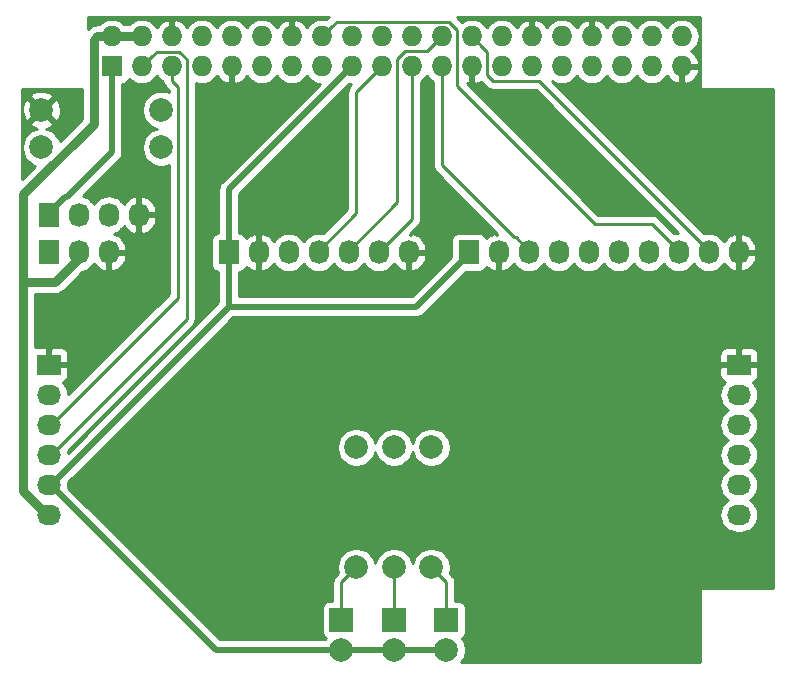
<source format=gtl>
G04 #@! TF.GenerationSoftware,KiCad,Pcbnew,(5.1.0-0)*
G04 #@! TF.CreationDate,2019-04-27T17:28:38+08:00*
G04 #@! TF.ProjectId,RASPmini,52415350-6d69-46e6-992e-6b696361645f,rev?*
G04 #@! TF.SameCoordinates,Original*
G04 #@! TF.FileFunction,Copper,L1,Top*
G04 #@! TF.FilePolarity,Positive*
%FSLAX46Y46*%
G04 Gerber Fmt 4.6, Leading zero omitted, Abs format (unit mm)*
G04 Created by KiCad (PCBNEW (5.1.0-0)) date 2019-04-27 17:28:38*
%MOMM*%
%LPD*%
G04 APERTURE LIST*
%ADD10R,1.727200X1.727200*%
%ADD11O,1.727200X1.727200*%
%ADD12C,1.998980*%
%ADD13R,1.727200X2.032000*%
%ADD14O,1.727200X2.032000*%
%ADD15R,2.000000X2.000000*%
%ADD16C,2.000000*%
%ADD17O,2.032000X1.727200*%
%ADD18R,2.032000X1.727200*%
%ADD19C,0.508000*%
%ADD20C,0.762000*%
%ADD21C,0.254000*%
G04 APERTURE END LIST*
D10*
X119634000Y-40132000D03*
D11*
X119634000Y-37592000D03*
X122174000Y-40132000D03*
X122174000Y-37592000D03*
X124714000Y-40132000D03*
X124714000Y-37592000D03*
X127254000Y-40132000D03*
X127254000Y-37592000D03*
X129794000Y-40132000D03*
X129794000Y-37592000D03*
X132334000Y-40132000D03*
X132334000Y-37592000D03*
X134874000Y-40132000D03*
X134874000Y-37592000D03*
X137414000Y-40132000D03*
X137414000Y-37592000D03*
X139954000Y-40132000D03*
X139954000Y-37592000D03*
X142494000Y-40132000D03*
X142494000Y-37592000D03*
X145034000Y-40132000D03*
X145034000Y-37592000D03*
X147574000Y-40132000D03*
X147574000Y-37592000D03*
X150114000Y-40132000D03*
X150114000Y-37592000D03*
X152654000Y-40132000D03*
X152654000Y-37592000D03*
X155194000Y-40132000D03*
X155194000Y-37592000D03*
X157734000Y-40132000D03*
X157734000Y-37592000D03*
X160274000Y-40132000D03*
X160274000Y-37592000D03*
X162814000Y-40132000D03*
X162814000Y-37592000D03*
X165354000Y-40132000D03*
X165354000Y-37592000D03*
X167894000Y-40132000D03*
X167894000Y-37592000D03*
D12*
X140335000Y-82550000D03*
X140335000Y-72390000D03*
D13*
X114300000Y-52705000D03*
D14*
X116840000Y-52705000D03*
X119380000Y-52705000D03*
X121920000Y-52705000D03*
D13*
X114300000Y-55880000D03*
D14*
X116840000Y-55880000D03*
X119380000Y-55880000D03*
D15*
X139065000Y-86995000D03*
D16*
X139065000Y-89535000D03*
D15*
X143510000Y-86995000D03*
D16*
X143510000Y-89535000D03*
D15*
X147955000Y-86995000D03*
D16*
X147955000Y-89535000D03*
D12*
X143510000Y-82550000D03*
X143510000Y-72390000D03*
X146685000Y-82550000D03*
X146685000Y-72390000D03*
X113665000Y-46990000D03*
X123825000Y-46990000D03*
X123825000Y-43815000D03*
X113665000Y-43815000D03*
D17*
X114300000Y-67945000D03*
D18*
X114300000Y-65405000D03*
D17*
X114300000Y-70485000D03*
X114300000Y-73025000D03*
X114300000Y-75565000D03*
X114300000Y-78105000D03*
X172720000Y-78105000D03*
X172720000Y-75565000D03*
X172720000Y-73025000D03*
X172720000Y-70485000D03*
D18*
X172720000Y-65405000D03*
D17*
X172720000Y-67945000D03*
D13*
X129540000Y-55880000D03*
D14*
X132080000Y-55880000D03*
X134620000Y-55880000D03*
X137160000Y-55880000D03*
X139700000Y-55880000D03*
X142240000Y-55880000D03*
X144780000Y-55880000D03*
D13*
X149860000Y-55880000D03*
D14*
X152400000Y-55880000D03*
X154940000Y-55880000D03*
X157480000Y-55880000D03*
X160020000Y-55880000D03*
X162560000Y-55880000D03*
X165100000Y-55880000D03*
X167640000Y-55880000D03*
X170180000Y-55880000D03*
X172720000Y-55880000D03*
D19*
X119634000Y-40132000D02*
X119634000Y-47371000D01*
X119634000Y-47371000D02*
X115824000Y-51181000D01*
X115824000Y-51181000D02*
X115671600Y-51181000D01*
X115671600Y-51181000D02*
X114300000Y-52552600D01*
X114300000Y-52552600D02*
X114300000Y-52705000D01*
X129540000Y-55880000D02*
X129540000Y-50800000D01*
X139954000Y-40132000D02*
X129540000Y-50546000D01*
X129540000Y-50546000D02*
X129540000Y-50800000D01*
X149860000Y-55880000D02*
X149860000Y-56032400D01*
X149860000Y-56032400D02*
X145415000Y-60477400D01*
X145415000Y-60477400D02*
X129540000Y-60477400D01*
X129540000Y-55880000D02*
X129540000Y-54356000D01*
X128422400Y-89535000D02*
X147955000Y-89535000D01*
X114300000Y-75565000D02*
X114452400Y-75565000D01*
X114452400Y-75565000D02*
X128422400Y-89535000D01*
X114452400Y-75565000D02*
X129540000Y-60477400D01*
X129540000Y-60477400D02*
X129540000Y-57404000D01*
X129540000Y-57404000D02*
X129540000Y-55880000D01*
X129540000Y-55727600D02*
X129540000Y-55880000D01*
D20*
X112140979Y-62357021D02*
X112140979Y-58420000D01*
X112140979Y-58420000D02*
X112140979Y-50933069D01*
X116840000Y-55880000D02*
X116840000Y-56362602D01*
X114782602Y-58420000D02*
X112140979Y-58420000D01*
X116840000Y-56362602D02*
X114782602Y-58420000D01*
X112140979Y-50933069D02*
X112801399Y-50272649D01*
X119634000Y-37592000D02*
X118412686Y-37592000D01*
X118412686Y-37592000D02*
X118110000Y-37894686D01*
X118110000Y-37894686D02*
X118110000Y-44964048D01*
X118110000Y-44964048D02*
X112801399Y-50272649D01*
X112140979Y-76098379D02*
X114147600Y-78105000D01*
X112140979Y-62357021D02*
X112140979Y-76098379D01*
X114147600Y-78105000D02*
X114300000Y-78105000D01*
X119634000Y-37592000D02*
X122174000Y-37592000D01*
D21*
X114300000Y-73025000D02*
X114452400Y-73025000D01*
X125958601Y-61518799D02*
X125958601Y-39534591D01*
X114452400Y-73025000D02*
X125958601Y-61518799D01*
X123037599Y-39268401D02*
X122174000Y-40132000D01*
X125958601Y-39534591D02*
X125311409Y-38887399D01*
X125311409Y-38887399D02*
X123418601Y-38887399D01*
X123418601Y-38887399D02*
X123037599Y-39268401D01*
X114300000Y-70485000D02*
X114452400Y-70485000D01*
X114452400Y-70485000D02*
X125205491Y-59731909D01*
X125205491Y-59731909D02*
X125205491Y-41844805D01*
X125205491Y-41844805D02*
X124714000Y-41353314D01*
X124714000Y-41353314D02*
X124714000Y-40132000D01*
X140335011Y-52552589D02*
X140335011Y-42290989D01*
X140335011Y-42290989D02*
X142494000Y-40132000D01*
X137160000Y-55727600D02*
X140335011Y-52552589D01*
X137160000Y-55880000D02*
X137160000Y-55727600D01*
X145034000Y-40132000D02*
X145034000Y-53086000D01*
X145034000Y-53086000D02*
X142240000Y-55880000D01*
X147574000Y-37592000D02*
X146329399Y-38836601D01*
X146329399Y-38836601D02*
X144487389Y-38836601D01*
X144487389Y-38836601D02*
X143789399Y-39534591D01*
X143789399Y-39534591D02*
X143789399Y-51638201D01*
X143789399Y-51638201D02*
X139700000Y-55727600D01*
X139700000Y-55727600D02*
X139700000Y-55880000D01*
X147574000Y-40132000D02*
X147574000Y-48514000D01*
X147574000Y-48514000D02*
X153670000Y-54610000D01*
X153670000Y-54610000D02*
X153822400Y-54610000D01*
X153822400Y-54610000D02*
X154940000Y-55727600D01*
X154940000Y-55727600D02*
X154940000Y-55880000D01*
X170180000Y-55880000D02*
X170180000Y-55727600D01*
X170180000Y-55727600D02*
X155829001Y-41376601D01*
X155829001Y-41376601D02*
X151929591Y-41376601D01*
X151929591Y-41376601D02*
X151409399Y-40856409D01*
X151409399Y-40856409D02*
X151409399Y-38887399D01*
X150977599Y-38455599D02*
X150114000Y-37592000D01*
X151409399Y-38887399D02*
X150977599Y-38455599D01*
X140335000Y-82550000D02*
X139065000Y-83820000D01*
X139065000Y-83820000D02*
X139065000Y-86995000D01*
X143510000Y-82550000D02*
X143510000Y-86995000D01*
X146685000Y-82550000D02*
X147955000Y-83820000D01*
X147955000Y-83820000D02*
X147955000Y-86995000D01*
X160503373Y-53450491D02*
X148869399Y-41816517D01*
X148869399Y-41816517D02*
X148869399Y-37045389D01*
X148171409Y-36347399D02*
X138658601Y-36347399D01*
X148869399Y-37045389D02*
X148171409Y-36347399D01*
X138658601Y-36347399D02*
X138277599Y-36728401D01*
X138277599Y-36728401D02*
X137414000Y-37592000D01*
X165362891Y-53450491D02*
X160503373Y-53450491D01*
X167640000Y-55727600D02*
X165362891Y-53450491D01*
X167640000Y-55880000D02*
X167640000Y-55727600D01*
G36*
X169418000Y-41910000D02*
G01*
X169420440Y-41934776D01*
X169427667Y-41958601D01*
X169439403Y-41980557D01*
X169455197Y-41999803D01*
X169474443Y-42015597D01*
X169496399Y-42027333D01*
X169520224Y-42034560D01*
X169545000Y-42037000D01*
X175615000Y-42037000D01*
X175615001Y-84328000D01*
X169545000Y-84328000D01*
X169520224Y-84330440D01*
X169496399Y-84337667D01*
X169474443Y-84349403D01*
X169455197Y-84365197D01*
X169439403Y-84384443D01*
X169427667Y-84406399D01*
X169420440Y-84430224D01*
X169418000Y-84455000D01*
X169418000Y-90580000D01*
X149222239Y-90580000D01*
X149224987Y-90577252D01*
X149403918Y-90309463D01*
X149527168Y-90011912D01*
X149590000Y-89696033D01*
X149590000Y-89373967D01*
X149527168Y-89058088D01*
X149403918Y-88760537D01*
X149263370Y-88550191D01*
X149309494Y-88525537D01*
X149406185Y-88446185D01*
X149485537Y-88349494D01*
X149544502Y-88239180D01*
X149580812Y-88119482D01*
X149593072Y-87995000D01*
X149593072Y-85995000D01*
X149580812Y-85870518D01*
X149544502Y-85750820D01*
X149485537Y-85640506D01*
X149406185Y-85543815D01*
X149309494Y-85464463D01*
X149199180Y-85405498D01*
X149079482Y-85369188D01*
X148955000Y-85356928D01*
X148717000Y-85356928D01*
X148717000Y-83857422D01*
X148720686Y-83819999D01*
X148717000Y-83782574D01*
X148705974Y-83670622D01*
X148662402Y-83526985D01*
X148591645Y-83394608D01*
X148496422Y-83278578D01*
X148467353Y-83254722D01*
X148251616Y-83038985D01*
X148256678Y-83026763D01*
X148319490Y-82710983D01*
X148319490Y-82389017D01*
X148256678Y-82073237D01*
X148133467Y-81775778D01*
X147954592Y-81508073D01*
X147726927Y-81280408D01*
X147459222Y-81101533D01*
X147161763Y-80978322D01*
X146845983Y-80915510D01*
X146524017Y-80915510D01*
X146208237Y-80978322D01*
X145910778Y-81101533D01*
X145643073Y-81280408D01*
X145415408Y-81508073D01*
X145236533Y-81775778D01*
X145113322Y-82073237D01*
X145097500Y-82152780D01*
X145081678Y-82073237D01*
X144958467Y-81775778D01*
X144779592Y-81508073D01*
X144551927Y-81280408D01*
X144284222Y-81101533D01*
X143986763Y-80978322D01*
X143670983Y-80915510D01*
X143349017Y-80915510D01*
X143033237Y-80978322D01*
X142735778Y-81101533D01*
X142468073Y-81280408D01*
X142240408Y-81508073D01*
X142061533Y-81775778D01*
X141938322Y-82073237D01*
X141922500Y-82152780D01*
X141906678Y-82073237D01*
X141783467Y-81775778D01*
X141604592Y-81508073D01*
X141376927Y-81280408D01*
X141109222Y-81101533D01*
X140811763Y-80978322D01*
X140495983Y-80915510D01*
X140174017Y-80915510D01*
X139858237Y-80978322D01*
X139560778Y-81101533D01*
X139293073Y-81280408D01*
X139065408Y-81508073D01*
X138886533Y-81775778D01*
X138763322Y-82073237D01*
X138700510Y-82389017D01*
X138700510Y-82710983D01*
X138763322Y-83026763D01*
X138768385Y-83038985D01*
X138552654Y-83254716D01*
X138523578Y-83278578D01*
X138467983Y-83346322D01*
X138428355Y-83394608D01*
X138390535Y-83465365D01*
X138357598Y-83526986D01*
X138314026Y-83670623D01*
X138303000Y-83782574D01*
X138299314Y-83820000D01*
X138303000Y-83857423D01*
X138303000Y-85356928D01*
X138065000Y-85356928D01*
X137940518Y-85369188D01*
X137820820Y-85405498D01*
X137710506Y-85464463D01*
X137613815Y-85543815D01*
X137534463Y-85640506D01*
X137475498Y-85750820D01*
X137439188Y-85870518D01*
X137426928Y-85995000D01*
X137426928Y-87995000D01*
X137439188Y-88119482D01*
X137475498Y-88239180D01*
X137534463Y-88349494D01*
X137613815Y-88446185D01*
X137710506Y-88525537D01*
X137756630Y-88550191D01*
X137692613Y-88646000D01*
X128790636Y-88646000D01*
X115935960Y-75791325D01*
X115958251Y-75565000D01*
X115935960Y-75338675D01*
X119045618Y-72229017D01*
X138700510Y-72229017D01*
X138700510Y-72550983D01*
X138763322Y-72866763D01*
X138886533Y-73164222D01*
X139065408Y-73431927D01*
X139293073Y-73659592D01*
X139560778Y-73838467D01*
X139858237Y-73961678D01*
X140174017Y-74024490D01*
X140495983Y-74024490D01*
X140811763Y-73961678D01*
X141109222Y-73838467D01*
X141376927Y-73659592D01*
X141604592Y-73431927D01*
X141783467Y-73164222D01*
X141906678Y-72866763D01*
X141922500Y-72787220D01*
X141938322Y-72866763D01*
X142061533Y-73164222D01*
X142240408Y-73431927D01*
X142468073Y-73659592D01*
X142735778Y-73838467D01*
X143033237Y-73961678D01*
X143349017Y-74024490D01*
X143670983Y-74024490D01*
X143986763Y-73961678D01*
X144284222Y-73838467D01*
X144551927Y-73659592D01*
X144779592Y-73431927D01*
X144958467Y-73164222D01*
X145081678Y-72866763D01*
X145097500Y-72787220D01*
X145113322Y-72866763D01*
X145236533Y-73164222D01*
X145415408Y-73431927D01*
X145643073Y-73659592D01*
X145910778Y-73838467D01*
X146208237Y-73961678D01*
X146524017Y-74024490D01*
X146845983Y-74024490D01*
X147161763Y-73961678D01*
X147459222Y-73838467D01*
X147726927Y-73659592D01*
X147954592Y-73431927D01*
X148133467Y-73164222D01*
X148256678Y-72866763D01*
X148319490Y-72550983D01*
X148319490Y-72229017D01*
X148256678Y-71913237D01*
X148133467Y-71615778D01*
X147954592Y-71348073D01*
X147726927Y-71120408D01*
X147459222Y-70941533D01*
X147161763Y-70818322D01*
X146845983Y-70755510D01*
X146524017Y-70755510D01*
X146208237Y-70818322D01*
X145910778Y-70941533D01*
X145643073Y-71120408D01*
X145415408Y-71348073D01*
X145236533Y-71615778D01*
X145113322Y-71913237D01*
X145097500Y-71992780D01*
X145081678Y-71913237D01*
X144958467Y-71615778D01*
X144779592Y-71348073D01*
X144551927Y-71120408D01*
X144284222Y-70941533D01*
X143986763Y-70818322D01*
X143670983Y-70755510D01*
X143349017Y-70755510D01*
X143033237Y-70818322D01*
X142735778Y-70941533D01*
X142468073Y-71120408D01*
X142240408Y-71348073D01*
X142061533Y-71615778D01*
X141938322Y-71913237D01*
X141922500Y-71992780D01*
X141906678Y-71913237D01*
X141783467Y-71615778D01*
X141604592Y-71348073D01*
X141376927Y-71120408D01*
X141109222Y-70941533D01*
X140811763Y-70818322D01*
X140495983Y-70755510D01*
X140174017Y-70755510D01*
X139858237Y-70818322D01*
X139560778Y-70941533D01*
X139293073Y-71120408D01*
X139065408Y-71348073D01*
X138886533Y-71615778D01*
X138763322Y-71913237D01*
X138700510Y-72229017D01*
X119045618Y-72229017D01*
X123329635Y-67945000D01*
X171061749Y-67945000D01*
X171090684Y-68238777D01*
X171176375Y-68521264D01*
X171315531Y-68781606D01*
X171502803Y-69009797D01*
X171730994Y-69197069D01*
X171764540Y-69215000D01*
X171730994Y-69232931D01*
X171502803Y-69420203D01*
X171315531Y-69648394D01*
X171176375Y-69908736D01*
X171090684Y-70191223D01*
X171061749Y-70485000D01*
X171090684Y-70778777D01*
X171176375Y-71061264D01*
X171315531Y-71321606D01*
X171502803Y-71549797D01*
X171730994Y-71737069D01*
X171764540Y-71755000D01*
X171730994Y-71772931D01*
X171502803Y-71960203D01*
X171315531Y-72188394D01*
X171176375Y-72448736D01*
X171090684Y-72731223D01*
X171061749Y-73025000D01*
X171090684Y-73318777D01*
X171176375Y-73601264D01*
X171315531Y-73861606D01*
X171502803Y-74089797D01*
X171730994Y-74277069D01*
X171764540Y-74295000D01*
X171730994Y-74312931D01*
X171502803Y-74500203D01*
X171315531Y-74728394D01*
X171176375Y-74988736D01*
X171090684Y-75271223D01*
X171061749Y-75565000D01*
X171090684Y-75858777D01*
X171176375Y-76141264D01*
X171315531Y-76401606D01*
X171502803Y-76629797D01*
X171730994Y-76817069D01*
X171764540Y-76835000D01*
X171730994Y-76852931D01*
X171502803Y-77040203D01*
X171315531Y-77268394D01*
X171176375Y-77528736D01*
X171090684Y-77811223D01*
X171061749Y-78105000D01*
X171090684Y-78398777D01*
X171176375Y-78681264D01*
X171315531Y-78941606D01*
X171502803Y-79169797D01*
X171730994Y-79357069D01*
X171991336Y-79496225D01*
X172273823Y-79581916D01*
X172493981Y-79603600D01*
X172946019Y-79603600D01*
X173166177Y-79581916D01*
X173448664Y-79496225D01*
X173709006Y-79357069D01*
X173937197Y-79169797D01*
X174124469Y-78941606D01*
X174263625Y-78681264D01*
X174349316Y-78398777D01*
X174378251Y-78105000D01*
X174349316Y-77811223D01*
X174263625Y-77528736D01*
X174124469Y-77268394D01*
X173937197Y-77040203D01*
X173709006Y-76852931D01*
X173675460Y-76835000D01*
X173709006Y-76817069D01*
X173937197Y-76629797D01*
X174124469Y-76401606D01*
X174263625Y-76141264D01*
X174349316Y-75858777D01*
X174378251Y-75565000D01*
X174349316Y-75271223D01*
X174263625Y-74988736D01*
X174124469Y-74728394D01*
X173937197Y-74500203D01*
X173709006Y-74312931D01*
X173675460Y-74295000D01*
X173709006Y-74277069D01*
X173937197Y-74089797D01*
X174124469Y-73861606D01*
X174263625Y-73601264D01*
X174349316Y-73318777D01*
X174378251Y-73025000D01*
X174349316Y-72731223D01*
X174263625Y-72448736D01*
X174124469Y-72188394D01*
X173937197Y-71960203D01*
X173709006Y-71772931D01*
X173675460Y-71755000D01*
X173709006Y-71737069D01*
X173937197Y-71549797D01*
X174124469Y-71321606D01*
X174263625Y-71061264D01*
X174349316Y-70778777D01*
X174378251Y-70485000D01*
X174349316Y-70191223D01*
X174263625Y-69908736D01*
X174124469Y-69648394D01*
X173937197Y-69420203D01*
X173709006Y-69232931D01*
X173675460Y-69215000D01*
X173709006Y-69197069D01*
X173937197Y-69009797D01*
X174124469Y-68781606D01*
X174263625Y-68521264D01*
X174349316Y-68238777D01*
X174378251Y-67945000D01*
X174349316Y-67651223D01*
X174263625Y-67368736D01*
X174124469Y-67108394D01*
X173937197Y-66880203D01*
X173929135Y-66873586D01*
X173980180Y-66858102D01*
X174090494Y-66799137D01*
X174187185Y-66719785D01*
X174266537Y-66623094D01*
X174325502Y-66512780D01*
X174361812Y-66393082D01*
X174374072Y-66268600D01*
X174371000Y-65690750D01*
X174212250Y-65532000D01*
X172847000Y-65532000D01*
X172847000Y-65552000D01*
X172593000Y-65552000D01*
X172593000Y-65532000D01*
X171227750Y-65532000D01*
X171069000Y-65690750D01*
X171065928Y-66268600D01*
X171078188Y-66393082D01*
X171114498Y-66512780D01*
X171173463Y-66623094D01*
X171252815Y-66719785D01*
X171349506Y-66799137D01*
X171459820Y-66858102D01*
X171510865Y-66873586D01*
X171502803Y-66880203D01*
X171315531Y-67108394D01*
X171176375Y-67368736D01*
X171090684Y-67651223D01*
X171061749Y-67945000D01*
X123329635Y-67945000D01*
X126733235Y-64541400D01*
X171065928Y-64541400D01*
X171069000Y-65119250D01*
X171227750Y-65278000D01*
X172593000Y-65278000D01*
X172593000Y-64065150D01*
X172847000Y-64065150D01*
X172847000Y-65278000D01*
X174212250Y-65278000D01*
X174371000Y-65119250D01*
X174374072Y-64541400D01*
X174361812Y-64416918D01*
X174325502Y-64297220D01*
X174266537Y-64186906D01*
X174187185Y-64090215D01*
X174090494Y-64010863D01*
X173980180Y-63951898D01*
X173860482Y-63915588D01*
X173736000Y-63903328D01*
X173005750Y-63906400D01*
X172847000Y-64065150D01*
X172593000Y-64065150D01*
X172434250Y-63906400D01*
X171704000Y-63903328D01*
X171579518Y-63915588D01*
X171459820Y-63951898D01*
X171349506Y-64010863D01*
X171252815Y-64090215D01*
X171173463Y-64186906D01*
X171114498Y-64297220D01*
X171078188Y-64416918D01*
X171065928Y-64541400D01*
X126733235Y-64541400D01*
X129908236Y-61366400D01*
X145371340Y-61366400D01*
X145415000Y-61370700D01*
X145458660Y-61366400D01*
X145458667Y-61366400D01*
X145589274Y-61353536D01*
X145756851Y-61302703D01*
X145911291Y-61220153D01*
X146046659Y-61109059D01*
X146074499Y-61075136D01*
X149615563Y-57534072D01*
X150723600Y-57534072D01*
X150848082Y-57521812D01*
X150967780Y-57485502D01*
X151078094Y-57426537D01*
X151174785Y-57347185D01*
X151254137Y-57250494D01*
X151313102Y-57140180D01*
X151331937Y-57078088D01*
X151497965Y-57230733D01*
X151749081Y-57383686D01*
X152025211Y-57484709D01*
X152040974Y-57487358D01*
X152273000Y-57366217D01*
X152273000Y-56007000D01*
X152253000Y-56007000D01*
X152253000Y-55753000D01*
X152273000Y-55753000D01*
X152273000Y-55733000D01*
X152527000Y-55733000D01*
X152527000Y-55753000D01*
X152547000Y-55753000D01*
X152547000Y-56007000D01*
X152527000Y-56007000D01*
X152527000Y-57366217D01*
X152759026Y-57487358D01*
X152774789Y-57484709D01*
X153050919Y-57383686D01*
X153302035Y-57230733D01*
X153518486Y-57031729D01*
X153666576Y-56829053D01*
X153687931Y-56869006D01*
X153875203Y-57097197D01*
X154103395Y-57284469D01*
X154363737Y-57423625D01*
X154646224Y-57509316D01*
X154940000Y-57538251D01*
X155233777Y-57509316D01*
X155516264Y-57423625D01*
X155776606Y-57284469D01*
X156004797Y-57097197D01*
X156192069Y-56869006D01*
X156210000Y-56835459D01*
X156227931Y-56869006D01*
X156415203Y-57097197D01*
X156643395Y-57284469D01*
X156903737Y-57423625D01*
X157186224Y-57509316D01*
X157480000Y-57538251D01*
X157773777Y-57509316D01*
X158056264Y-57423625D01*
X158316606Y-57284469D01*
X158544797Y-57097197D01*
X158732069Y-56869006D01*
X158750000Y-56835459D01*
X158767931Y-56869006D01*
X158955203Y-57097197D01*
X159183395Y-57284469D01*
X159443737Y-57423625D01*
X159726224Y-57509316D01*
X160020000Y-57538251D01*
X160313777Y-57509316D01*
X160596264Y-57423625D01*
X160856606Y-57284469D01*
X161084797Y-57097197D01*
X161272069Y-56869006D01*
X161290000Y-56835459D01*
X161307931Y-56869006D01*
X161495203Y-57097197D01*
X161723395Y-57284469D01*
X161983737Y-57423625D01*
X162266224Y-57509316D01*
X162560000Y-57538251D01*
X162853777Y-57509316D01*
X163136264Y-57423625D01*
X163396606Y-57284469D01*
X163624797Y-57097197D01*
X163812069Y-56869006D01*
X163830000Y-56835459D01*
X163847931Y-56869006D01*
X164035203Y-57097197D01*
X164263395Y-57284469D01*
X164523737Y-57423625D01*
X164806224Y-57509316D01*
X165100000Y-57538251D01*
X165393777Y-57509316D01*
X165676264Y-57423625D01*
X165936606Y-57284469D01*
X166164797Y-57097197D01*
X166352069Y-56869006D01*
X166370000Y-56835459D01*
X166387931Y-56869006D01*
X166575203Y-57097197D01*
X166803395Y-57284469D01*
X167063737Y-57423625D01*
X167346224Y-57509316D01*
X167640000Y-57538251D01*
X167933777Y-57509316D01*
X168216264Y-57423625D01*
X168476606Y-57284469D01*
X168704797Y-57097197D01*
X168892069Y-56869006D01*
X168910000Y-56835459D01*
X168927931Y-56869006D01*
X169115203Y-57097197D01*
X169343395Y-57284469D01*
X169603737Y-57423625D01*
X169886224Y-57509316D01*
X170180000Y-57538251D01*
X170473777Y-57509316D01*
X170756264Y-57423625D01*
X171016606Y-57284469D01*
X171244797Y-57097197D01*
X171432069Y-56869006D01*
X171453424Y-56829053D01*
X171601514Y-57031729D01*
X171817965Y-57230733D01*
X172069081Y-57383686D01*
X172345211Y-57484709D01*
X172360974Y-57487358D01*
X172593000Y-57366217D01*
X172593000Y-56007000D01*
X172847000Y-56007000D01*
X172847000Y-57366217D01*
X173079026Y-57487358D01*
X173094789Y-57484709D01*
X173370919Y-57383686D01*
X173622035Y-57230733D01*
X173838486Y-57031729D01*
X174011954Y-56794321D01*
X174135773Y-56527633D01*
X174205185Y-56241914D01*
X174060925Y-56007000D01*
X172847000Y-56007000D01*
X172593000Y-56007000D01*
X172573000Y-56007000D01*
X172573000Y-55753000D01*
X172593000Y-55753000D01*
X172593000Y-54393783D01*
X172847000Y-54393783D01*
X172847000Y-55753000D01*
X174060925Y-55753000D01*
X174205185Y-55518086D01*
X174135773Y-55232367D01*
X174011954Y-54965679D01*
X173838486Y-54728271D01*
X173622035Y-54529267D01*
X173370919Y-54376314D01*
X173094789Y-54275291D01*
X173079026Y-54272642D01*
X172847000Y-54393783D01*
X172593000Y-54393783D01*
X172360974Y-54272642D01*
X172345211Y-54275291D01*
X172069081Y-54376314D01*
X171817965Y-54529267D01*
X171601514Y-54728271D01*
X171453424Y-54930947D01*
X171432069Y-54890994D01*
X171244797Y-54662803D01*
X171016605Y-54475531D01*
X170756263Y-54336375D01*
X170473776Y-54250684D01*
X170180000Y-54221749D01*
X169886223Y-54250684D01*
X169805271Y-54275240D01*
X156933281Y-41403251D01*
X157157736Y-41523225D01*
X157440223Y-41608916D01*
X157660381Y-41630600D01*
X157807619Y-41630600D01*
X158027777Y-41608916D01*
X158310264Y-41523225D01*
X158570606Y-41384069D01*
X158798797Y-41196797D01*
X158986069Y-40968606D01*
X159004000Y-40935060D01*
X159021931Y-40968606D01*
X159209203Y-41196797D01*
X159437394Y-41384069D01*
X159697736Y-41523225D01*
X159980223Y-41608916D01*
X160200381Y-41630600D01*
X160347619Y-41630600D01*
X160567777Y-41608916D01*
X160850264Y-41523225D01*
X161110606Y-41384069D01*
X161338797Y-41196797D01*
X161526069Y-40968606D01*
X161544000Y-40935060D01*
X161561931Y-40968606D01*
X161749203Y-41196797D01*
X161977394Y-41384069D01*
X162237736Y-41523225D01*
X162520223Y-41608916D01*
X162740381Y-41630600D01*
X162887619Y-41630600D01*
X163107777Y-41608916D01*
X163390264Y-41523225D01*
X163650606Y-41384069D01*
X163878797Y-41196797D01*
X164066069Y-40968606D01*
X164084000Y-40935060D01*
X164101931Y-40968606D01*
X164289203Y-41196797D01*
X164517394Y-41384069D01*
X164777736Y-41523225D01*
X165060223Y-41608916D01*
X165280381Y-41630600D01*
X165427619Y-41630600D01*
X165647777Y-41608916D01*
X165930264Y-41523225D01*
X166190606Y-41384069D01*
X166418797Y-41196797D01*
X166606069Y-40968606D01*
X166629863Y-40924090D01*
X166687183Y-41020488D01*
X166883707Y-41238854D01*
X167119056Y-41414684D01*
X167384186Y-41541222D01*
X167534974Y-41586958D01*
X167767000Y-41465817D01*
X167767000Y-40259000D01*
X168021000Y-40259000D01*
X168021000Y-41465817D01*
X168253026Y-41586958D01*
X168403814Y-41541222D01*
X168668944Y-41414684D01*
X168904293Y-41238854D01*
X169100817Y-41020488D01*
X169250964Y-40767978D01*
X169348963Y-40491027D01*
X169228464Y-40259000D01*
X168021000Y-40259000D01*
X167767000Y-40259000D01*
X167747000Y-40259000D01*
X167747000Y-40005000D01*
X167767000Y-40005000D01*
X167767000Y-39985000D01*
X168021000Y-39985000D01*
X168021000Y-40005000D01*
X169228464Y-40005000D01*
X169348963Y-39772973D01*
X169250964Y-39496022D01*
X169100817Y-39243512D01*
X168904293Y-39025146D01*
X168690567Y-38865470D01*
X168730606Y-38844069D01*
X168958797Y-38656797D01*
X169146069Y-38428606D01*
X169285225Y-38168264D01*
X169370916Y-37885777D01*
X169399851Y-37592000D01*
X169370916Y-37298223D01*
X169285225Y-37015736D01*
X169146069Y-36755394D01*
X168958797Y-36527203D01*
X168730606Y-36339931D01*
X168470264Y-36200775D01*
X168187777Y-36115084D01*
X167967619Y-36093400D01*
X167820381Y-36093400D01*
X167600223Y-36115084D01*
X167317736Y-36200775D01*
X167057394Y-36339931D01*
X166829203Y-36527203D01*
X166641931Y-36755394D01*
X166624000Y-36788940D01*
X166606069Y-36755394D01*
X166418797Y-36527203D01*
X166190606Y-36339931D01*
X165930264Y-36200775D01*
X165647777Y-36115084D01*
X165427619Y-36093400D01*
X165280381Y-36093400D01*
X165060223Y-36115084D01*
X164777736Y-36200775D01*
X164517394Y-36339931D01*
X164289203Y-36527203D01*
X164101931Y-36755394D01*
X164084000Y-36788940D01*
X164066069Y-36755394D01*
X163878797Y-36527203D01*
X163650606Y-36339931D01*
X163390264Y-36200775D01*
X163107777Y-36115084D01*
X162887619Y-36093400D01*
X162740381Y-36093400D01*
X162520223Y-36115084D01*
X162237736Y-36200775D01*
X161977394Y-36339931D01*
X161749203Y-36527203D01*
X161561931Y-36755394D01*
X161538137Y-36799910D01*
X161480817Y-36703512D01*
X161284293Y-36485146D01*
X161048944Y-36309316D01*
X160783814Y-36182778D01*
X160633026Y-36137042D01*
X160401000Y-36258183D01*
X160401000Y-37465000D01*
X160421000Y-37465000D01*
X160421000Y-37719000D01*
X160401000Y-37719000D01*
X160401000Y-37739000D01*
X160147000Y-37739000D01*
X160147000Y-37719000D01*
X160127000Y-37719000D01*
X160127000Y-37465000D01*
X160147000Y-37465000D01*
X160147000Y-36258183D01*
X159914974Y-36137042D01*
X159764186Y-36182778D01*
X159499056Y-36309316D01*
X159263707Y-36485146D01*
X159067183Y-36703512D01*
X159009863Y-36799910D01*
X158986069Y-36755394D01*
X158798797Y-36527203D01*
X158570606Y-36339931D01*
X158310264Y-36200775D01*
X158027777Y-36115084D01*
X157807619Y-36093400D01*
X157660381Y-36093400D01*
X157440223Y-36115084D01*
X157157736Y-36200775D01*
X156897394Y-36339931D01*
X156669203Y-36527203D01*
X156481931Y-36755394D01*
X156458137Y-36799910D01*
X156400817Y-36703512D01*
X156204293Y-36485146D01*
X155968944Y-36309316D01*
X155703814Y-36182778D01*
X155553026Y-36137042D01*
X155321000Y-36258183D01*
X155321000Y-37465000D01*
X155341000Y-37465000D01*
X155341000Y-37719000D01*
X155321000Y-37719000D01*
X155321000Y-37739000D01*
X155067000Y-37739000D01*
X155067000Y-37719000D01*
X155047000Y-37719000D01*
X155047000Y-37465000D01*
X155067000Y-37465000D01*
X155067000Y-36258183D01*
X154834974Y-36137042D01*
X154684186Y-36182778D01*
X154419056Y-36309316D01*
X154183707Y-36485146D01*
X153987183Y-36703512D01*
X153929863Y-36799910D01*
X153906069Y-36755394D01*
X153718797Y-36527203D01*
X153490606Y-36339931D01*
X153230264Y-36200775D01*
X152947777Y-36115084D01*
X152727619Y-36093400D01*
X152580381Y-36093400D01*
X152360223Y-36115084D01*
X152077736Y-36200775D01*
X151817394Y-36339931D01*
X151589203Y-36527203D01*
X151401931Y-36755394D01*
X151384000Y-36788940D01*
X151366069Y-36755394D01*
X151178797Y-36527203D01*
X150950606Y-36339931D01*
X150690264Y-36200775D01*
X150407777Y-36115084D01*
X150187619Y-36093400D01*
X150040381Y-36093400D01*
X149820223Y-36115084D01*
X149537736Y-36200775D01*
X149277394Y-36339931D01*
X149257719Y-36356078D01*
X148851640Y-35950000D01*
X169418000Y-35950000D01*
X169418000Y-41910000D01*
X169418000Y-41910000D01*
G37*
X169418000Y-41910000D02*
X169420440Y-41934776D01*
X169427667Y-41958601D01*
X169439403Y-41980557D01*
X169455197Y-41999803D01*
X169474443Y-42015597D01*
X169496399Y-42027333D01*
X169520224Y-42034560D01*
X169545000Y-42037000D01*
X175615000Y-42037000D01*
X175615001Y-84328000D01*
X169545000Y-84328000D01*
X169520224Y-84330440D01*
X169496399Y-84337667D01*
X169474443Y-84349403D01*
X169455197Y-84365197D01*
X169439403Y-84384443D01*
X169427667Y-84406399D01*
X169420440Y-84430224D01*
X169418000Y-84455000D01*
X169418000Y-90580000D01*
X149222239Y-90580000D01*
X149224987Y-90577252D01*
X149403918Y-90309463D01*
X149527168Y-90011912D01*
X149590000Y-89696033D01*
X149590000Y-89373967D01*
X149527168Y-89058088D01*
X149403918Y-88760537D01*
X149263370Y-88550191D01*
X149309494Y-88525537D01*
X149406185Y-88446185D01*
X149485537Y-88349494D01*
X149544502Y-88239180D01*
X149580812Y-88119482D01*
X149593072Y-87995000D01*
X149593072Y-85995000D01*
X149580812Y-85870518D01*
X149544502Y-85750820D01*
X149485537Y-85640506D01*
X149406185Y-85543815D01*
X149309494Y-85464463D01*
X149199180Y-85405498D01*
X149079482Y-85369188D01*
X148955000Y-85356928D01*
X148717000Y-85356928D01*
X148717000Y-83857422D01*
X148720686Y-83819999D01*
X148717000Y-83782574D01*
X148705974Y-83670622D01*
X148662402Y-83526985D01*
X148591645Y-83394608D01*
X148496422Y-83278578D01*
X148467353Y-83254722D01*
X148251616Y-83038985D01*
X148256678Y-83026763D01*
X148319490Y-82710983D01*
X148319490Y-82389017D01*
X148256678Y-82073237D01*
X148133467Y-81775778D01*
X147954592Y-81508073D01*
X147726927Y-81280408D01*
X147459222Y-81101533D01*
X147161763Y-80978322D01*
X146845983Y-80915510D01*
X146524017Y-80915510D01*
X146208237Y-80978322D01*
X145910778Y-81101533D01*
X145643073Y-81280408D01*
X145415408Y-81508073D01*
X145236533Y-81775778D01*
X145113322Y-82073237D01*
X145097500Y-82152780D01*
X145081678Y-82073237D01*
X144958467Y-81775778D01*
X144779592Y-81508073D01*
X144551927Y-81280408D01*
X144284222Y-81101533D01*
X143986763Y-80978322D01*
X143670983Y-80915510D01*
X143349017Y-80915510D01*
X143033237Y-80978322D01*
X142735778Y-81101533D01*
X142468073Y-81280408D01*
X142240408Y-81508073D01*
X142061533Y-81775778D01*
X141938322Y-82073237D01*
X141922500Y-82152780D01*
X141906678Y-82073237D01*
X141783467Y-81775778D01*
X141604592Y-81508073D01*
X141376927Y-81280408D01*
X141109222Y-81101533D01*
X140811763Y-80978322D01*
X140495983Y-80915510D01*
X140174017Y-80915510D01*
X139858237Y-80978322D01*
X139560778Y-81101533D01*
X139293073Y-81280408D01*
X139065408Y-81508073D01*
X138886533Y-81775778D01*
X138763322Y-82073237D01*
X138700510Y-82389017D01*
X138700510Y-82710983D01*
X138763322Y-83026763D01*
X138768385Y-83038985D01*
X138552654Y-83254716D01*
X138523578Y-83278578D01*
X138467983Y-83346322D01*
X138428355Y-83394608D01*
X138390535Y-83465365D01*
X138357598Y-83526986D01*
X138314026Y-83670623D01*
X138303000Y-83782574D01*
X138299314Y-83820000D01*
X138303000Y-83857423D01*
X138303000Y-85356928D01*
X138065000Y-85356928D01*
X137940518Y-85369188D01*
X137820820Y-85405498D01*
X137710506Y-85464463D01*
X137613815Y-85543815D01*
X137534463Y-85640506D01*
X137475498Y-85750820D01*
X137439188Y-85870518D01*
X137426928Y-85995000D01*
X137426928Y-87995000D01*
X137439188Y-88119482D01*
X137475498Y-88239180D01*
X137534463Y-88349494D01*
X137613815Y-88446185D01*
X137710506Y-88525537D01*
X137756630Y-88550191D01*
X137692613Y-88646000D01*
X128790636Y-88646000D01*
X115935960Y-75791325D01*
X115958251Y-75565000D01*
X115935960Y-75338675D01*
X119045618Y-72229017D01*
X138700510Y-72229017D01*
X138700510Y-72550983D01*
X138763322Y-72866763D01*
X138886533Y-73164222D01*
X139065408Y-73431927D01*
X139293073Y-73659592D01*
X139560778Y-73838467D01*
X139858237Y-73961678D01*
X140174017Y-74024490D01*
X140495983Y-74024490D01*
X140811763Y-73961678D01*
X141109222Y-73838467D01*
X141376927Y-73659592D01*
X141604592Y-73431927D01*
X141783467Y-73164222D01*
X141906678Y-72866763D01*
X141922500Y-72787220D01*
X141938322Y-72866763D01*
X142061533Y-73164222D01*
X142240408Y-73431927D01*
X142468073Y-73659592D01*
X142735778Y-73838467D01*
X143033237Y-73961678D01*
X143349017Y-74024490D01*
X143670983Y-74024490D01*
X143986763Y-73961678D01*
X144284222Y-73838467D01*
X144551927Y-73659592D01*
X144779592Y-73431927D01*
X144958467Y-73164222D01*
X145081678Y-72866763D01*
X145097500Y-72787220D01*
X145113322Y-72866763D01*
X145236533Y-73164222D01*
X145415408Y-73431927D01*
X145643073Y-73659592D01*
X145910778Y-73838467D01*
X146208237Y-73961678D01*
X146524017Y-74024490D01*
X146845983Y-74024490D01*
X147161763Y-73961678D01*
X147459222Y-73838467D01*
X147726927Y-73659592D01*
X147954592Y-73431927D01*
X148133467Y-73164222D01*
X148256678Y-72866763D01*
X148319490Y-72550983D01*
X148319490Y-72229017D01*
X148256678Y-71913237D01*
X148133467Y-71615778D01*
X147954592Y-71348073D01*
X147726927Y-71120408D01*
X147459222Y-70941533D01*
X147161763Y-70818322D01*
X146845983Y-70755510D01*
X146524017Y-70755510D01*
X146208237Y-70818322D01*
X145910778Y-70941533D01*
X145643073Y-71120408D01*
X145415408Y-71348073D01*
X145236533Y-71615778D01*
X145113322Y-71913237D01*
X145097500Y-71992780D01*
X145081678Y-71913237D01*
X144958467Y-71615778D01*
X144779592Y-71348073D01*
X144551927Y-71120408D01*
X144284222Y-70941533D01*
X143986763Y-70818322D01*
X143670983Y-70755510D01*
X143349017Y-70755510D01*
X143033237Y-70818322D01*
X142735778Y-70941533D01*
X142468073Y-71120408D01*
X142240408Y-71348073D01*
X142061533Y-71615778D01*
X141938322Y-71913237D01*
X141922500Y-71992780D01*
X141906678Y-71913237D01*
X141783467Y-71615778D01*
X141604592Y-71348073D01*
X141376927Y-71120408D01*
X141109222Y-70941533D01*
X140811763Y-70818322D01*
X140495983Y-70755510D01*
X140174017Y-70755510D01*
X139858237Y-70818322D01*
X139560778Y-70941533D01*
X139293073Y-71120408D01*
X139065408Y-71348073D01*
X138886533Y-71615778D01*
X138763322Y-71913237D01*
X138700510Y-72229017D01*
X119045618Y-72229017D01*
X123329635Y-67945000D01*
X171061749Y-67945000D01*
X171090684Y-68238777D01*
X171176375Y-68521264D01*
X171315531Y-68781606D01*
X171502803Y-69009797D01*
X171730994Y-69197069D01*
X171764540Y-69215000D01*
X171730994Y-69232931D01*
X171502803Y-69420203D01*
X171315531Y-69648394D01*
X171176375Y-69908736D01*
X171090684Y-70191223D01*
X171061749Y-70485000D01*
X171090684Y-70778777D01*
X171176375Y-71061264D01*
X171315531Y-71321606D01*
X171502803Y-71549797D01*
X171730994Y-71737069D01*
X171764540Y-71755000D01*
X171730994Y-71772931D01*
X171502803Y-71960203D01*
X171315531Y-72188394D01*
X171176375Y-72448736D01*
X171090684Y-72731223D01*
X171061749Y-73025000D01*
X171090684Y-73318777D01*
X171176375Y-73601264D01*
X171315531Y-73861606D01*
X171502803Y-74089797D01*
X171730994Y-74277069D01*
X171764540Y-74295000D01*
X171730994Y-74312931D01*
X171502803Y-74500203D01*
X171315531Y-74728394D01*
X171176375Y-74988736D01*
X171090684Y-75271223D01*
X171061749Y-75565000D01*
X171090684Y-75858777D01*
X171176375Y-76141264D01*
X171315531Y-76401606D01*
X171502803Y-76629797D01*
X171730994Y-76817069D01*
X171764540Y-76835000D01*
X171730994Y-76852931D01*
X171502803Y-77040203D01*
X171315531Y-77268394D01*
X171176375Y-77528736D01*
X171090684Y-77811223D01*
X171061749Y-78105000D01*
X171090684Y-78398777D01*
X171176375Y-78681264D01*
X171315531Y-78941606D01*
X171502803Y-79169797D01*
X171730994Y-79357069D01*
X171991336Y-79496225D01*
X172273823Y-79581916D01*
X172493981Y-79603600D01*
X172946019Y-79603600D01*
X173166177Y-79581916D01*
X173448664Y-79496225D01*
X173709006Y-79357069D01*
X173937197Y-79169797D01*
X174124469Y-78941606D01*
X174263625Y-78681264D01*
X174349316Y-78398777D01*
X174378251Y-78105000D01*
X174349316Y-77811223D01*
X174263625Y-77528736D01*
X174124469Y-77268394D01*
X173937197Y-77040203D01*
X173709006Y-76852931D01*
X173675460Y-76835000D01*
X173709006Y-76817069D01*
X173937197Y-76629797D01*
X174124469Y-76401606D01*
X174263625Y-76141264D01*
X174349316Y-75858777D01*
X174378251Y-75565000D01*
X174349316Y-75271223D01*
X174263625Y-74988736D01*
X174124469Y-74728394D01*
X173937197Y-74500203D01*
X173709006Y-74312931D01*
X173675460Y-74295000D01*
X173709006Y-74277069D01*
X173937197Y-74089797D01*
X174124469Y-73861606D01*
X174263625Y-73601264D01*
X174349316Y-73318777D01*
X174378251Y-73025000D01*
X174349316Y-72731223D01*
X174263625Y-72448736D01*
X174124469Y-72188394D01*
X173937197Y-71960203D01*
X173709006Y-71772931D01*
X173675460Y-71755000D01*
X173709006Y-71737069D01*
X173937197Y-71549797D01*
X174124469Y-71321606D01*
X174263625Y-71061264D01*
X174349316Y-70778777D01*
X174378251Y-70485000D01*
X174349316Y-70191223D01*
X174263625Y-69908736D01*
X174124469Y-69648394D01*
X173937197Y-69420203D01*
X173709006Y-69232931D01*
X173675460Y-69215000D01*
X173709006Y-69197069D01*
X173937197Y-69009797D01*
X174124469Y-68781606D01*
X174263625Y-68521264D01*
X174349316Y-68238777D01*
X174378251Y-67945000D01*
X174349316Y-67651223D01*
X174263625Y-67368736D01*
X174124469Y-67108394D01*
X173937197Y-66880203D01*
X173929135Y-66873586D01*
X173980180Y-66858102D01*
X174090494Y-66799137D01*
X174187185Y-66719785D01*
X174266537Y-66623094D01*
X174325502Y-66512780D01*
X174361812Y-66393082D01*
X174374072Y-66268600D01*
X174371000Y-65690750D01*
X174212250Y-65532000D01*
X172847000Y-65532000D01*
X172847000Y-65552000D01*
X172593000Y-65552000D01*
X172593000Y-65532000D01*
X171227750Y-65532000D01*
X171069000Y-65690750D01*
X171065928Y-66268600D01*
X171078188Y-66393082D01*
X171114498Y-66512780D01*
X171173463Y-66623094D01*
X171252815Y-66719785D01*
X171349506Y-66799137D01*
X171459820Y-66858102D01*
X171510865Y-66873586D01*
X171502803Y-66880203D01*
X171315531Y-67108394D01*
X171176375Y-67368736D01*
X171090684Y-67651223D01*
X171061749Y-67945000D01*
X123329635Y-67945000D01*
X126733235Y-64541400D01*
X171065928Y-64541400D01*
X171069000Y-65119250D01*
X171227750Y-65278000D01*
X172593000Y-65278000D01*
X172593000Y-64065150D01*
X172847000Y-64065150D01*
X172847000Y-65278000D01*
X174212250Y-65278000D01*
X174371000Y-65119250D01*
X174374072Y-64541400D01*
X174361812Y-64416918D01*
X174325502Y-64297220D01*
X174266537Y-64186906D01*
X174187185Y-64090215D01*
X174090494Y-64010863D01*
X173980180Y-63951898D01*
X173860482Y-63915588D01*
X173736000Y-63903328D01*
X173005750Y-63906400D01*
X172847000Y-64065150D01*
X172593000Y-64065150D01*
X172434250Y-63906400D01*
X171704000Y-63903328D01*
X171579518Y-63915588D01*
X171459820Y-63951898D01*
X171349506Y-64010863D01*
X171252815Y-64090215D01*
X171173463Y-64186906D01*
X171114498Y-64297220D01*
X171078188Y-64416918D01*
X171065928Y-64541400D01*
X126733235Y-64541400D01*
X129908236Y-61366400D01*
X145371340Y-61366400D01*
X145415000Y-61370700D01*
X145458660Y-61366400D01*
X145458667Y-61366400D01*
X145589274Y-61353536D01*
X145756851Y-61302703D01*
X145911291Y-61220153D01*
X146046659Y-61109059D01*
X146074499Y-61075136D01*
X149615563Y-57534072D01*
X150723600Y-57534072D01*
X150848082Y-57521812D01*
X150967780Y-57485502D01*
X151078094Y-57426537D01*
X151174785Y-57347185D01*
X151254137Y-57250494D01*
X151313102Y-57140180D01*
X151331937Y-57078088D01*
X151497965Y-57230733D01*
X151749081Y-57383686D01*
X152025211Y-57484709D01*
X152040974Y-57487358D01*
X152273000Y-57366217D01*
X152273000Y-56007000D01*
X152253000Y-56007000D01*
X152253000Y-55753000D01*
X152273000Y-55753000D01*
X152273000Y-55733000D01*
X152527000Y-55733000D01*
X152527000Y-55753000D01*
X152547000Y-55753000D01*
X152547000Y-56007000D01*
X152527000Y-56007000D01*
X152527000Y-57366217D01*
X152759026Y-57487358D01*
X152774789Y-57484709D01*
X153050919Y-57383686D01*
X153302035Y-57230733D01*
X153518486Y-57031729D01*
X153666576Y-56829053D01*
X153687931Y-56869006D01*
X153875203Y-57097197D01*
X154103395Y-57284469D01*
X154363737Y-57423625D01*
X154646224Y-57509316D01*
X154940000Y-57538251D01*
X155233777Y-57509316D01*
X155516264Y-57423625D01*
X155776606Y-57284469D01*
X156004797Y-57097197D01*
X156192069Y-56869006D01*
X156210000Y-56835459D01*
X156227931Y-56869006D01*
X156415203Y-57097197D01*
X156643395Y-57284469D01*
X156903737Y-57423625D01*
X157186224Y-57509316D01*
X157480000Y-57538251D01*
X157773777Y-57509316D01*
X158056264Y-57423625D01*
X158316606Y-57284469D01*
X158544797Y-57097197D01*
X158732069Y-56869006D01*
X158750000Y-56835459D01*
X158767931Y-56869006D01*
X158955203Y-57097197D01*
X159183395Y-57284469D01*
X159443737Y-57423625D01*
X159726224Y-57509316D01*
X160020000Y-57538251D01*
X160313777Y-57509316D01*
X160596264Y-57423625D01*
X160856606Y-57284469D01*
X161084797Y-57097197D01*
X161272069Y-56869006D01*
X161290000Y-56835459D01*
X161307931Y-56869006D01*
X161495203Y-57097197D01*
X161723395Y-57284469D01*
X161983737Y-57423625D01*
X162266224Y-57509316D01*
X162560000Y-57538251D01*
X162853777Y-57509316D01*
X163136264Y-57423625D01*
X163396606Y-57284469D01*
X163624797Y-57097197D01*
X163812069Y-56869006D01*
X163830000Y-56835459D01*
X163847931Y-56869006D01*
X164035203Y-57097197D01*
X164263395Y-57284469D01*
X164523737Y-57423625D01*
X164806224Y-57509316D01*
X165100000Y-57538251D01*
X165393777Y-57509316D01*
X165676264Y-57423625D01*
X165936606Y-57284469D01*
X166164797Y-57097197D01*
X166352069Y-56869006D01*
X166370000Y-56835459D01*
X166387931Y-56869006D01*
X166575203Y-57097197D01*
X166803395Y-57284469D01*
X167063737Y-57423625D01*
X167346224Y-57509316D01*
X167640000Y-57538251D01*
X167933777Y-57509316D01*
X168216264Y-57423625D01*
X168476606Y-57284469D01*
X168704797Y-57097197D01*
X168892069Y-56869006D01*
X168910000Y-56835459D01*
X168927931Y-56869006D01*
X169115203Y-57097197D01*
X169343395Y-57284469D01*
X169603737Y-57423625D01*
X169886224Y-57509316D01*
X170180000Y-57538251D01*
X170473777Y-57509316D01*
X170756264Y-57423625D01*
X171016606Y-57284469D01*
X171244797Y-57097197D01*
X171432069Y-56869006D01*
X171453424Y-56829053D01*
X171601514Y-57031729D01*
X171817965Y-57230733D01*
X172069081Y-57383686D01*
X172345211Y-57484709D01*
X172360974Y-57487358D01*
X172593000Y-57366217D01*
X172593000Y-56007000D01*
X172847000Y-56007000D01*
X172847000Y-57366217D01*
X173079026Y-57487358D01*
X173094789Y-57484709D01*
X173370919Y-57383686D01*
X173622035Y-57230733D01*
X173838486Y-57031729D01*
X174011954Y-56794321D01*
X174135773Y-56527633D01*
X174205185Y-56241914D01*
X174060925Y-56007000D01*
X172847000Y-56007000D01*
X172593000Y-56007000D01*
X172573000Y-56007000D01*
X172573000Y-55753000D01*
X172593000Y-55753000D01*
X172593000Y-54393783D01*
X172847000Y-54393783D01*
X172847000Y-55753000D01*
X174060925Y-55753000D01*
X174205185Y-55518086D01*
X174135773Y-55232367D01*
X174011954Y-54965679D01*
X173838486Y-54728271D01*
X173622035Y-54529267D01*
X173370919Y-54376314D01*
X173094789Y-54275291D01*
X173079026Y-54272642D01*
X172847000Y-54393783D01*
X172593000Y-54393783D01*
X172360974Y-54272642D01*
X172345211Y-54275291D01*
X172069081Y-54376314D01*
X171817965Y-54529267D01*
X171601514Y-54728271D01*
X171453424Y-54930947D01*
X171432069Y-54890994D01*
X171244797Y-54662803D01*
X171016605Y-54475531D01*
X170756263Y-54336375D01*
X170473776Y-54250684D01*
X170180000Y-54221749D01*
X169886223Y-54250684D01*
X169805271Y-54275240D01*
X156933281Y-41403251D01*
X157157736Y-41523225D01*
X157440223Y-41608916D01*
X157660381Y-41630600D01*
X157807619Y-41630600D01*
X158027777Y-41608916D01*
X158310264Y-41523225D01*
X158570606Y-41384069D01*
X158798797Y-41196797D01*
X158986069Y-40968606D01*
X159004000Y-40935060D01*
X159021931Y-40968606D01*
X159209203Y-41196797D01*
X159437394Y-41384069D01*
X159697736Y-41523225D01*
X159980223Y-41608916D01*
X160200381Y-41630600D01*
X160347619Y-41630600D01*
X160567777Y-41608916D01*
X160850264Y-41523225D01*
X161110606Y-41384069D01*
X161338797Y-41196797D01*
X161526069Y-40968606D01*
X161544000Y-40935060D01*
X161561931Y-40968606D01*
X161749203Y-41196797D01*
X161977394Y-41384069D01*
X162237736Y-41523225D01*
X162520223Y-41608916D01*
X162740381Y-41630600D01*
X162887619Y-41630600D01*
X163107777Y-41608916D01*
X163390264Y-41523225D01*
X163650606Y-41384069D01*
X163878797Y-41196797D01*
X164066069Y-40968606D01*
X164084000Y-40935060D01*
X164101931Y-40968606D01*
X164289203Y-41196797D01*
X164517394Y-41384069D01*
X164777736Y-41523225D01*
X165060223Y-41608916D01*
X165280381Y-41630600D01*
X165427619Y-41630600D01*
X165647777Y-41608916D01*
X165930264Y-41523225D01*
X166190606Y-41384069D01*
X166418797Y-41196797D01*
X166606069Y-40968606D01*
X166629863Y-40924090D01*
X166687183Y-41020488D01*
X166883707Y-41238854D01*
X167119056Y-41414684D01*
X167384186Y-41541222D01*
X167534974Y-41586958D01*
X167767000Y-41465817D01*
X167767000Y-40259000D01*
X168021000Y-40259000D01*
X168021000Y-41465817D01*
X168253026Y-41586958D01*
X168403814Y-41541222D01*
X168668944Y-41414684D01*
X168904293Y-41238854D01*
X169100817Y-41020488D01*
X169250964Y-40767978D01*
X169348963Y-40491027D01*
X169228464Y-40259000D01*
X168021000Y-40259000D01*
X167767000Y-40259000D01*
X167747000Y-40259000D01*
X167747000Y-40005000D01*
X167767000Y-40005000D01*
X167767000Y-39985000D01*
X168021000Y-39985000D01*
X168021000Y-40005000D01*
X169228464Y-40005000D01*
X169348963Y-39772973D01*
X169250964Y-39496022D01*
X169100817Y-39243512D01*
X168904293Y-39025146D01*
X168690567Y-38865470D01*
X168730606Y-38844069D01*
X168958797Y-38656797D01*
X169146069Y-38428606D01*
X169285225Y-38168264D01*
X169370916Y-37885777D01*
X169399851Y-37592000D01*
X169370916Y-37298223D01*
X169285225Y-37015736D01*
X169146069Y-36755394D01*
X168958797Y-36527203D01*
X168730606Y-36339931D01*
X168470264Y-36200775D01*
X168187777Y-36115084D01*
X167967619Y-36093400D01*
X167820381Y-36093400D01*
X167600223Y-36115084D01*
X167317736Y-36200775D01*
X167057394Y-36339931D01*
X166829203Y-36527203D01*
X166641931Y-36755394D01*
X166624000Y-36788940D01*
X166606069Y-36755394D01*
X166418797Y-36527203D01*
X166190606Y-36339931D01*
X165930264Y-36200775D01*
X165647777Y-36115084D01*
X165427619Y-36093400D01*
X165280381Y-36093400D01*
X165060223Y-36115084D01*
X164777736Y-36200775D01*
X164517394Y-36339931D01*
X164289203Y-36527203D01*
X164101931Y-36755394D01*
X164084000Y-36788940D01*
X164066069Y-36755394D01*
X163878797Y-36527203D01*
X163650606Y-36339931D01*
X163390264Y-36200775D01*
X163107777Y-36115084D01*
X162887619Y-36093400D01*
X162740381Y-36093400D01*
X162520223Y-36115084D01*
X162237736Y-36200775D01*
X161977394Y-36339931D01*
X161749203Y-36527203D01*
X161561931Y-36755394D01*
X161538137Y-36799910D01*
X161480817Y-36703512D01*
X161284293Y-36485146D01*
X161048944Y-36309316D01*
X160783814Y-36182778D01*
X160633026Y-36137042D01*
X160401000Y-36258183D01*
X160401000Y-37465000D01*
X160421000Y-37465000D01*
X160421000Y-37719000D01*
X160401000Y-37719000D01*
X160401000Y-37739000D01*
X160147000Y-37739000D01*
X160147000Y-37719000D01*
X160127000Y-37719000D01*
X160127000Y-37465000D01*
X160147000Y-37465000D01*
X160147000Y-36258183D01*
X159914974Y-36137042D01*
X159764186Y-36182778D01*
X159499056Y-36309316D01*
X159263707Y-36485146D01*
X159067183Y-36703512D01*
X159009863Y-36799910D01*
X158986069Y-36755394D01*
X158798797Y-36527203D01*
X158570606Y-36339931D01*
X158310264Y-36200775D01*
X158027777Y-36115084D01*
X157807619Y-36093400D01*
X157660381Y-36093400D01*
X157440223Y-36115084D01*
X157157736Y-36200775D01*
X156897394Y-36339931D01*
X156669203Y-36527203D01*
X156481931Y-36755394D01*
X156458137Y-36799910D01*
X156400817Y-36703512D01*
X156204293Y-36485146D01*
X155968944Y-36309316D01*
X155703814Y-36182778D01*
X155553026Y-36137042D01*
X155321000Y-36258183D01*
X155321000Y-37465000D01*
X155341000Y-37465000D01*
X155341000Y-37719000D01*
X155321000Y-37719000D01*
X155321000Y-37739000D01*
X155067000Y-37739000D01*
X155067000Y-37719000D01*
X155047000Y-37719000D01*
X155047000Y-37465000D01*
X155067000Y-37465000D01*
X155067000Y-36258183D01*
X154834974Y-36137042D01*
X154684186Y-36182778D01*
X154419056Y-36309316D01*
X154183707Y-36485146D01*
X153987183Y-36703512D01*
X153929863Y-36799910D01*
X153906069Y-36755394D01*
X153718797Y-36527203D01*
X153490606Y-36339931D01*
X153230264Y-36200775D01*
X152947777Y-36115084D01*
X152727619Y-36093400D01*
X152580381Y-36093400D01*
X152360223Y-36115084D01*
X152077736Y-36200775D01*
X151817394Y-36339931D01*
X151589203Y-36527203D01*
X151401931Y-36755394D01*
X151384000Y-36788940D01*
X151366069Y-36755394D01*
X151178797Y-36527203D01*
X150950606Y-36339931D01*
X150690264Y-36200775D01*
X150407777Y-36115084D01*
X150187619Y-36093400D01*
X150040381Y-36093400D01*
X149820223Y-36115084D01*
X149537736Y-36200775D01*
X149277394Y-36339931D01*
X149257719Y-36356078D01*
X148851640Y-35950000D01*
X169418000Y-35950000D01*
X169418000Y-41910000D01*
G36*
X129921000Y-40005000D02*
G01*
X129941000Y-40005000D01*
X129941000Y-40259000D01*
X129921000Y-40259000D01*
X129921000Y-41465817D01*
X130153026Y-41586958D01*
X130303814Y-41541222D01*
X130568944Y-41414684D01*
X130804293Y-41238854D01*
X131000817Y-41020488D01*
X131058137Y-40924090D01*
X131081931Y-40968606D01*
X131269203Y-41196797D01*
X131497394Y-41384069D01*
X131757736Y-41523225D01*
X132040223Y-41608916D01*
X132260381Y-41630600D01*
X132407619Y-41630600D01*
X132627777Y-41608916D01*
X132910264Y-41523225D01*
X133170606Y-41384069D01*
X133398797Y-41196797D01*
X133586069Y-40968606D01*
X133604000Y-40935060D01*
X133621931Y-40968606D01*
X133809203Y-41196797D01*
X134037394Y-41384069D01*
X134297736Y-41523225D01*
X134580223Y-41608916D01*
X134800381Y-41630600D01*
X134947619Y-41630600D01*
X135167777Y-41608916D01*
X135450264Y-41523225D01*
X135710606Y-41384069D01*
X135938797Y-41196797D01*
X136126069Y-40968606D01*
X136144000Y-40935060D01*
X136161931Y-40968606D01*
X136349203Y-41196797D01*
X136577394Y-41384069D01*
X136837736Y-41523225D01*
X137120223Y-41608916D01*
X137210916Y-41617849D01*
X128942264Y-49886501D01*
X128908341Y-49914341D01*
X128797247Y-50049710D01*
X128714697Y-50204150D01*
X128685998Y-50298759D01*
X128665638Y-50365880D01*
X128663864Y-50371727D01*
X128651000Y-50502334D01*
X128651000Y-50502340D01*
X128646700Y-50546000D01*
X128651000Y-50589660D01*
X128651000Y-50843667D01*
X128651001Y-50843677D01*
X128651000Y-54228430D01*
X128551918Y-54238188D01*
X128432220Y-54274498D01*
X128321906Y-54333463D01*
X128225215Y-54412815D01*
X128145863Y-54509506D01*
X128086898Y-54619820D01*
X128050588Y-54739518D01*
X128038328Y-54864000D01*
X128038328Y-56896000D01*
X128050588Y-57020482D01*
X128086898Y-57140180D01*
X128145863Y-57250494D01*
X128225215Y-57347185D01*
X128321906Y-57426537D01*
X128432220Y-57485502D01*
X128551918Y-57521812D01*
X128651001Y-57531570D01*
X128651000Y-60109164D01*
X115938249Y-72821916D01*
X115929316Y-72731223D01*
X115904759Y-72650271D01*
X126470948Y-62084082D01*
X126500023Y-62060221D01*
X126577074Y-61966334D01*
X126595246Y-61944192D01*
X126666002Y-61811815D01*
X126666003Y-61811814D01*
X126709575Y-61668177D01*
X126720601Y-61556225D01*
X126720601Y-61556222D01*
X126724287Y-61518799D01*
X126720601Y-61481376D01*
X126720601Y-41536228D01*
X126960223Y-41608916D01*
X127180381Y-41630600D01*
X127327619Y-41630600D01*
X127547777Y-41608916D01*
X127830264Y-41523225D01*
X128090606Y-41384069D01*
X128318797Y-41196797D01*
X128506069Y-40968606D01*
X128529863Y-40924090D01*
X128587183Y-41020488D01*
X128783707Y-41238854D01*
X129019056Y-41414684D01*
X129284186Y-41541222D01*
X129434974Y-41586958D01*
X129667000Y-41465817D01*
X129667000Y-40259000D01*
X129647000Y-40259000D01*
X129647000Y-40005000D01*
X129667000Y-40005000D01*
X129667000Y-39985000D01*
X129921000Y-39985000D01*
X129921000Y-40005000D01*
X129921000Y-40005000D01*
G37*
X129921000Y-40005000D02*
X129941000Y-40005000D01*
X129941000Y-40259000D01*
X129921000Y-40259000D01*
X129921000Y-41465817D01*
X130153026Y-41586958D01*
X130303814Y-41541222D01*
X130568944Y-41414684D01*
X130804293Y-41238854D01*
X131000817Y-41020488D01*
X131058137Y-40924090D01*
X131081931Y-40968606D01*
X131269203Y-41196797D01*
X131497394Y-41384069D01*
X131757736Y-41523225D01*
X132040223Y-41608916D01*
X132260381Y-41630600D01*
X132407619Y-41630600D01*
X132627777Y-41608916D01*
X132910264Y-41523225D01*
X133170606Y-41384069D01*
X133398797Y-41196797D01*
X133586069Y-40968606D01*
X133604000Y-40935060D01*
X133621931Y-40968606D01*
X133809203Y-41196797D01*
X134037394Y-41384069D01*
X134297736Y-41523225D01*
X134580223Y-41608916D01*
X134800381Y-41630600D01*
X134947619Y-41630600D01*
X135167777Y-41608916D01*
X135450264Y-41523225D01*
X135710606Y-41384069D01*
X135938797Y-41196797D01*
X136126069Y-40968606D01*
X136144000Y-40935060D01*
X136161931Y-40968606D01*
X136349203Y-41196797D01*
X136577394Y-41384069D01*
X136837736Y-41523225D01*
X137120223Y-41608916D01*
X137210916Y-41617849D01*
X128942264Y-49886501D01*
X128908341Y-49914341D01*
X128797247Y-50049710D01*
X128714697Y-50204150D01*
X128685998Y-50298759D01*
X128665638Y-50365880D01*
X128663864Y-50371727D01*
X128651000Y-50502334D01*
X128651000Y-50502340D01*
X128646700Y-50546000D01*
X128651000Y-50589660D01*
X128651000Y-50843667D01*
X128651001Y-50843677D01*
X128651000Y-54228430D01*
X128551918Y-54238188D01*
X128432220Y-54274498D01*
X128321906Y-54333463D01*
X128225215Y-54412815D01*
X128145863Y-54509506D01*
X128086898Y-54619820D01*
X128050588Y-54739518D01*
X128038328Y-54864000D01*
X128038328Y-56896000D01*
X128050588Y-57020482D01*
X128086898Y-57140180D01*
X128145863Y-57250494D01*
X128225215Y-57347185D01*
X128321906Y-57426537D01*
X128432220Y-57485502D01*
X128551918Y-57521812D01*
X128651001Y-57531570D01*
X128651000Y-60109164D01*
X115938249Y-72821916D01*
X115929316Y-72731223D01*
X115904759Y-72650271D01*
X126470948Y-62084082D01*
X126500023Y-62060221D01*
X126577074Y-61966334D01*
X126595246Y-61944192D01*
X126666002Y-61811815D01*
X126666003Y-61811814D01*
X126709575Y-61668177D01*
X126720601Y-61556225D01*
X126720601Y-61556222D01*
X126724287Y-61518799D01*
X126720601Y-61481376D01*
X126720601Y-41536228D01*
X126960223Y-41608916D01*
X127180381Y-41630600D01*
X127327619Y-41630600D01*
X127547777Y-41608916D01*
X127830264Y-41523225D01*
X128090606Y-41384069D01*
X128318797Y-41196797D01*
X128506069Y-40968606D01*
X128529863Y-40924090D01*
X128587183Y-41020488D01*
X128783707Y-41238854D01*
X129019056Y-41414684D01*
X129284186Y-41541222D01*
X129434974Y-41586958D01*
X129667000Y-41465817D01*
X129667000Y-40259000D01*
X129647000Y-40259000D01*
X129647000Y-40005000D01*
X129667000Y-40005000D01*
X129667000Y-39985000D01*
X129921000Y-39985000D01*
X129921000Y-40005000D01*
G36*
X123461931Y-40968606D02*
G01*
X123649203Y-41196797D01*
X123877394Y-41384069D01*
X123955452Y-41425792D01*
X123963026Y-41502691D01*
X124006598Y-41646328D01*
X124032842Y-41695427D01*
X124077355Y-41778706D01*
X124100887Y-41807379D01*
X124172578Y-41894736D01*
X124201654Y-41918598D01*
X124443492Y-42160436D01*
X124443492Y-42302028D01*
X124301763Y-42243322D01*
X123985983Y-42180510D01*
X123664017Y-42180510D01*
X123348237Y-42243322D01*
X123050778Y-42366533D01*
X122783073Y-42545408D01*
X122555408Y-42773073D01*
X122376533Y-43040778D01*
X122253322Y-43338237D01*
X122190510Y-43654017D01*
X122190510Y-43975983D01*
X122253322Y-44291763D01*
X122376533Y-44589222D01*
X122555408Y-44856927D01*
X122783073Y-45084592D01*
X123050778Y-45263467D01*
X123348237Y-45386678D01*
X123427780Y-45402500D01*
X123348237Y-45418322D01*
X123050778Y-45541533D01*
X122783073Y-45720408D01*
X122555408Y-45948073D01*
X122376533Y-46215778D01*
X122253322Y-46513237D01*
X122190510Y-46829017D01*
X122190510Y-47150983D01*
X122253322Y-47466763D01*
X122376533Y-47764222D01*
X122555408Y-48031927D01*
X122783073Y-48259592D01*
X123050778Y-48438467D01*
X123348237Y-48561678D01*
X123664017Y-48624490D01*
X123985983Y-48624490D01*
X124301763Y-48561678D01*
X124443492Y-48502972D01*
X124443491Y-59416278D01*
X115954352Y-67905417D01*
X115929316Y-67651223D01*
X115843625Y-67368736D01*
X115704469Y-67108394D01*
X115517197Y-66880203D01*
X115509135Y-66873586D01*
X115560180Y-66858102D01*
X115670494Y-66799137D01*
X115767185Y-66719785D01*
X115846537Y-66623094D01*
X115905502Y-66512780D01*
X115941812Y-66393082D01*
X115954072Y-66268600D01*
X115951000Y-65690750D01*
X115792250Y-65532000D01*
X114427000Y-65532000D01*
X114427000Y-65552000D01*
X114173000Y-65552000D01*
X114173000Y-65532000D01*
X114153000Y-65532000D01*
X114153000Y-65278000D01*
X114173000Y-65278000D01*
X114173000Y-64065150D01*
X114427000Y-64065150D01*
X114427000Y-65278000D01*
X115792250Y-65278000D01*
X115951000Y-65119250D01*
X115954072Y-64541400D01*
X115941812Y-64416918D01*
X115905502Y-64297220D01*
X115846537Y-64186906D01*
X115767185Y-64090215D01*
X115670494Y-64010863D01*
X115560180Y-63951898D01*
X115440482Y-63915588D01*
X115316000Y-63903328D01*
X114585750Y-63906400D01*
X114427000Y-64065150D01*
X114173000Y-64065150D01*
X114014250Y-63906400D01*
X113284000Y-63903328D01*
X113159518Y-63915588D01*
X113156979Y-63916358D01*
X113156979Y-59436000D01*
X114732700Y-59436000D01*
X114782602Y-59440915D01*
X114832504Y-59436000D01*
X114981773Y-59421298D01*
X115173289Y-59363202D01*
X115349792Y-59268860D01*
X115504498Y-59141896D01*
X115536314Y-59103128D01*
X117129728Y-57509715D01*
X117133777Y-57509316D01*
X117416264Y-57423625D01*
X117676606Y-57284469D01*
X117904797Y-57097197D01*
X118092069Y-56869006D01*
X118113424Y-56829053D01*
X118261514Y-57031729D01*
X118477965Y-57230733D01*
X118729081Y-57383686D01*
X119005211Y-57484709D01*
X119020974Y-57487358D01*
X119253000Y-57366217D01*
X119253000Y-56007000D01*
X119507000Y-56007000D01*
X119507000Y-57366217D01*
X119739026Y-57487358D01*
X119754789Y-57484709D01*
X120030919Y-57383686D01*
X120282035Y-57230733D01*
X120498486Y-57031729D01*
X120671954Y-56794321D01*
X120795773Y-56527633D01*
X120865185Y-56241914D01*
X120720925Y-56007000D01*
X119507000Y-56007000D01*
X119253000Y-56007000D01*
X119233000Y-56007000D01*
X119233000Y-55753000D01*
X119253000Y-55753000D01*
X119253000Y-55733000D01*
X119507000Y-55733000D01*
X119507000Y-55753000D01*
X120720925Y-55753000D01*
X120865185Y-55518086D01*
X120795773Y-55232367D01*
X120671954Y-54965679D01*
X120498486Y-54728271D01*
X120282035Y-54529267D01*
X120030919Y-54376314D01*
X119806269Y-54294125D01*
X119956264Y-54248625D01*
X120216606Y-54109469D01*
X120444797Y-53922197D01*
X120632069Y-53694006D01*
X120653424Y-53654053D01*
X120801514Y-53856729D01*
X121017965Y-54055733D01*
X121269081Y-54208686D01*
X121545211Y-54309709D01*
X121560974Y-54312358D01*
X121793000Y-54191217D01*
X121793000Y-52832000D01*
X122047000Y-52832000D01*
X122047000Y-54191217D01*
X122279026Y-54312358D01*
X122294789Y-54309709D01*
X122570919Y-54208686D01*
X122822035Y-54055733D01*
X123038486Y-53856729D01*
X123211954Y-53619321D01*
X123335773Y-53352633D01*
X123405185Y-53066914D01*
X123260925Y-52832000D01*
X122047000Y-52832000D01*
X121793000Y-52832000D01*
X121773000Y-52832000D01*
X121773000Y-52578000D01*
X121793000Y-52578000D01*
X121793000Y-51218783D01*
X122047000Y-51218783D01*
X122047000Y-52578000D01*
X123260925Y-52578000D01*
X123405185Y-52343086D01*
X123335773Y-52057367D01*
X123211954Y-51790679D01*
X123038486Y-51553271D01*
X122822035Y-51354267D01*
X122570919Y-51201314D01*
X122294789Y-51100291D01*
X122279026Y-51097642D01*
X122047000Y-51218783D01*
X121793000Y-51218783D01*
X121560974Y-51097642D01*
X121545211Y-51100291D01*
X121269081Y-51201314D01*
X121017965Y-51354267D01*
X120801514Y-51553271D01*
X120653424Y-51755947D01*
X120632069Y-51715994D01*
X120444797Y-51487803D01*
X120216605Y-51300531D01*
X119956263Y-51161375D01*
X119673776Y-51075684D01*
X119380000Y-51046749D01*
X119086223Y-51075684D01*
X118803736Y-51161375D01*
X118543394Y-51300531D01*
X118315203Y-51487803D01*
X118127931Y-51715995D01*
X118110000Y-51749541D01*
X118092069Y-51715994D01*
X117904797Y-51487803D01*
X117676605Y-51300531D01*
X117416263Y-51161375D01*
X117174268Y-51087967D01*
X120231742Y-48030494D01*
X120265659Y-48002659D01*
X120376753Y-47867291D01*
X120459303Y-47712851D01*
X120510136Y-47545274D01*
X120523000Y-47414667D01*
X120523000Y-47414660D01*
X120527300Y-47371000D01*
X120523000Y-47327340D01*
X120523000Y-41631170D01*
X120622082Y-41621412D01*
X120741780Y-41585102D01*
X120852094Y-41526137D01*
X120948785Y-41446785D01*
X121028137Y-41350094D01*
X121087102Y-41239780D01*
X121102586Y-41188735D01*
X121109203Y-41196797D01*
X121337394Y-41384069D01*
X121597736Y-41523225D01*
X121880223Y-41608916D01*
X122100381Y-41630600D01*
X122247619Y-41630600D01*
X122467777Y-41608916D01*
X122750264Y-41523225D01*
X123010606Y-41384069D01*
X123238797Y-41196797D01*
X123426069Y-40968606D01*
X123444000Y-40935060D01*
X123461931Y-40968606D01*
X123461931Y-40968606D01*
G37*
X123461931Y-40968606D02*
X123649203Y-41196797D01*
X123877394Y-41384069D01*
X123955452Y-41425792D01*
X123963026Y-41502691D01*
X124006598Y-41646328D01*
X124032842Y-41695427D01*
X124077355Y-41778706D01*
X124100887Y-41807379D01*
X124172578Y-41894736D01*
X124201654Y-41918598D01*
X124443492Y-42160436D01*
X124443492Y-42302028D01*
X124301763Y-42243322D01*
X123985983Y-42180510D01*
X123664017Y-42180510D01*
X123348237Y-42243322D01*
X123050778Y-42366533D01*
X122783073Y-42545408D01*
X122555408Y-42773073D01*
X122376533Y-43040778D01*
X122253322Y-43338237D01*
X122190510Y-43654017D01*
X122190510Y-43975983D01*
X122253322Y-44291763D01*
X122376533Y-44589222D01*
X122555408Y-44856927D01*
X122783073Y-45084592D01*
X123050778Y-45263467D01*
X123348237Y-45386678D01*
X123427780Y-45402500D01*
X123348237Y-45418322D01*
X123050778Y-45541533D01*
X122783073Y-45720408D01*
X122555408Y-45948073D01*
X122376533Y-46215778D01*
X122253322Y-46513237D01*
X122190510Y-46829017D01*
X122190510Y-47150983D01*
X122253322Y-47466763D01*
X122376533Y-47764222D01*
X122555408Y-48031927D01*
X122783073Y-48259592D01*
X123050778Y-48438467D01*
X123348237Y-48561678D01*
X123664017Y-48624490D01*
X123985983Y-48624490D01*
X124301763Y-48561678D01*
X124443492Y-48502972D01*
X124443491Y-59416278D01*
X115954352Y-67905417D01*
X115929316Y-67651223D01*
X115843625Y-67368736D01*
X115704469Y-67108394D01*
X115517197Y-66880203D01*
X115509135Y-66873586D01*
X115560180Y-66858102D01*
X115670494Y-66799137D01*
X115767185Y-66719785D01*
X115846537Y-66623094D01*
X115905502Y-66512780D01*
X115941812Y-66393082D01*
X115954072Y-66268600D01*
X115951000Y-65690750D01*
X115792250Y-65532000D01*
X114427000Y-65532000D01*
X114427000Y-65552000D01*
X114173000Y-65552000D01*
X114173000Y-65532000D01*
X114153000Y-65532000D01*
X114153000Y-65278000D01*
X114173000Y-65278000D01*
X114173000Y-64065150D01*
X114427000Y-64065150D01*
X114427000Y-65278000D01*
X115792250Y-65278000D01*
X115951000Y-65119250D01*
X115954072Y-64541400D01*
X115941812Y-64416918D01*
X115905502Y-64297220D01*
X115846537Y-64186906D01*
X115767185Y-64090215D01*
X115670494Y-64010863D01*
X115560180Y-63951898D01*
X115440482Y-63915588D01*
X115316000Y-63903328D01*
X114585750Y-63906400D01*
X114427000Y-64065150D01*
X114173000Y-64065150D01*
X114014250Y-63906400D01*
X113284000Y-63903328D01*
X113159518Y-63915588D01*
X113156979Y-63916358D01*
X113156979Y-59436000D01*
X114732700Y-59436000D01*
X114782602Y-59440915D01*
X114832504Y-59436000D01*
X114981773Y-59421298D01*
X115173289Y-59363202D01*
X115349792Y-59268860D01*
X115504498Y-59141896D01*
X115536314Y-59103128D01*
X117129728Y-57509715D01*
X117133777Y-57509316D01*
X117416264Y-57423625D01*
X117676606Y-57284469D01*
X117904797Y-57097197D01*
X118092069Y-56869006D01*
X118113424Y-56829053D01*
X118261514Y-57031729D01*
X118477965Y-57230733D01*
X118729081Y-57383686D01*
X119005211Y-57484709D01*
X119020974Y-57487358D01*
X119253000Y-57366217D01*
X119253000Y-56007000D01*
X119507000Y-56007000D01*
X119507000Y-57366217D01*
X119739026Y-57487358D01*
X119754789Y-57484709D01*
X120030919Y-57383686D01*
X120282035Y-57230733D01*
X120498486Y-57031729D01*
X120671954Y-56794321D01*
X120795773Y-56527633D01*
X120865185Y-56241914D01*
X120720925Y-56007000D01*
X119507000Y-56007000D01*
X119253000Y-56007000D01*
X119233000Y-56007000D01*
X119233000Y-55753000D01*
X119253000Y-55753000D01*
X119253000Y-55733000D01*
X119507000Y-55733000D01*
X119507000Y-55753000D01*
X120720925Y-55753000D01*
X120865185Y-55518086D01*
X120795773Y-55232367D01*
X120671954Y-54965679D01*
X120498486Y-54728271D01*
X120282035Y-54529267D01*
X120030919Y-54376314D01*
X119806269Y-54294125D01*
X119956264Y-54248625D01*
X120216606Y-54109469D01*
X120444797Y-53922197D01*
X120632069Y-53694006D01*
X120653424Y-53654053D01*
X120801514Y-53856729D01*
X121017965Y-54055733D01*
X121269081Y-54208686D01*
X121545211Y-54309709D01*
X121560974Y-54312358D01*
X121793000Y-54191217D01*
X121793000Y-52832000D01*
X122047000Y-52832000D01*
X122047000Y-54191217D01*
X122279026Y-54312358D01*
X122294789Y-54309709D01*
X122570919Y-54208686D01*
X122822035Y-54055733D01*
X123038486Y-53856729D01*
X123211954Y-53619321D01*
X123335773Y-53352633D01*
X123405185Y-53066914D01*
X123260925Y-52832000D01*
X122047000Y-52832000D01*
X121793000Y-52832000D01*
X121773000Y-52832000D01*
X121773000Y-52578000D01*
X121793000Y-52578000D01*
X121793000Y-51218783D01*
X122047000Y-51218783D01*
X122047000Y-52578000D01*
X123260925Y-52578000D01*
X123405185Y-52343086D01*
X123335773Y-52057367D01*
X123211954Y-51790679D01*
X123038486Y-51553271D01*
X122822035Y-51354267D01*
X122570919Y-51201314D01*
X122294789Y-51100291D01*
X122279026Y-51097642D01*
X122047000Y-51218783D01*
X121793000Y-51218783D01*
X121560974Y-51097642D01*
X121545211Y-51100291D01*
X121269081Y-51201314D01*
X121017965Y-51354267D01*
X120801514Y-51553271D01*
X120653424Y-51755947D01*
X120632069Y-51715994D01*
X120444797Y-51487803D01*
X120216605Y-51300531D01*
X119956263Y-51161375D01*
X119673776Y-51075684D01*
X119380000Y-51046749D01*
X119086223Y-51075684D01*
X118803736Y-51161375D01*
X118543394Y-51300531D01*
X118315203Y-51487803D01*
X118127931Y-51715995D01*
X118110000Y-51749541D01*
X118092069Y-51715994D01*
X117904797Y-51487803D01*
X117676605Y-51300531D01*
X117416263Y-51161375D01*
X117174268Y-51087967D01*
X120231742Y-48030494D01*
X120265659Y-48002659D01*
X120376753Y-47867291D01*
X120459303Y-47712851D01*
X120510136Y-47545274D01*
X120523000Y-47414667D01*
X120523000Y-47414660D01*
X120527300Y-47371000D01*
X120523000Y-47327340D01*
X120523000Y-41631170D01*
X120622082Y-41621412D01*
X120741780Y-41585102D01*
X120852094Y-41526137D01*
X120948785Y-41446785D01*
X121028137Y-41350094D01*
X121087102Y-41239780D01*
X121102586Y-41188735D01*
X121109203Y-41196797D01*
X121337394Y-41384069D01*
X121597736Y-41523225D01*
X121880223Y-41608916D01*
X122100381Y-41630600D01*
X122247619Y-41630600D01*
X122467777Y-41608916D01*
X122750264Y-41523225D01*
X123010606Y-41384069D01*
X123238797Y-41196797D01*
X123426069Y-40968606D01*
X123444000Y-40935060D01*
X123461931Y-40968606D01*
G36*
X146321931Y-40968606D02*
G01*
X146509203Y-41196797D01*
X146737394Y-41384069D01*
X146812000Y-41423947D01*
X146812001Y-48476567D01*
X146808314Y-48514000D01*
X146823027Y-48663378D01*
X146866599Y-48807015D01*
X146937355Y-48939392D01*
X147008721Y-49026351D01*
X147032579Y-49055422D01*
X147061649Y-49079279D01*
X152272998Y-54290629D01*
X152272998Y-54393782D01*
X152040974Y-54272642D01*
X152025211Y-54275291D01*
X151749081Y-54376314D01*
X151497965Y-54529267D01*
X151331937Y-54681912D01*
X151313102Y-54619820D01*
X151254137Y-54509506D01*
X151174785Y-54412815D01*
X151078094Y-54333463D01*
X150967780Y-54274498D01*
X150848082Y-54238188D01*
X150723600Y-54225928D01*
X148996400Y-54225928D01*
X148871918Y-54238188D01*
X148752220Y-54274498D01*
X148641906Y-54333463D01*
X148545215Y-54412815D01*
X148465863Y-54509506D01*
X148406898Y-54619820D01*
X148370588Y-54739518D01*
X148358328Y-54864000D01*
X148358328Y-56276837D01*
X145046765Y-59588400D01*
X130429000Y-59588400D01*
X130429000Y-57531570D01*
X130528082Y-57521812D01*
X130647780Y-57485502D01*
X130758094Y-57426537D01*
X130854785Y-57347185D01*
X130934137Y-57250494D01*
X130993102Y-57140180D01*
X131011937Y-57078088D01*
X131177965Y-57230733D01*
X131429081Y-57383686D01*
X131705211Y-57484709D01*
X131720974Y-57487358D01*
X131953000Y-57366217D01*
X131953000Y-56007000D01*
X131933000Y-56007000D01*
X131933000Y-55753000D01*
X131953000Y-55753000D01*
X131953000Y-54393783D01*
X131720974Y-54272642D01*
X131705211Y-54275291D01*
X131429081Y-54376314D01*
X131177965Y-54529267D01*
X131011937Y-54681912D01*
X130993102Y-54619820D01*
X130934137Y-54509506D01*
X130854785Y-54412815D01*
X130758094Y-54333463D01*
X130647780Y-54274498D01*
X130528082Y-54238188D01*
X130429000Y-54228430D01*
X130429000Y-50914235D01*
X139727676Y-41615560D01*
X139880381Y-41630600D01*
X139917770Y-41630600D01*
X139822660Y-41725710D01*
X139793590Y-41749567D01*
X139769733Y-41778637D01*
X139769732Y-41778638D01*
X139698366Y-41865597D01*
X139627610Y-41997974D01*
X139584038Y-42141611D01*
X139569325Y-42290989D01*
X139573012Y-42328422D01*
X139573011Y-52236959D01*
X137534729Y-54275241D01*
X137453776Y-54250684D01*
X137160000Y-54221749D01*
X136866223Y-54250684D01*
X136583736Y-54336375D01*
X136323394Y-54475531D01*
X136095203Y-54662803D01*
X135907931Y-54890995D01*
X135890000Y-54924541D01*
X135872069Y-54890994D01*
X135684797Y-54662803D01*
X135456605Y-54475531D01*
X135196263Y-54336375D01*
X134913776Y-54250684D01*
X134620000Y-54221749D01*
X134326223Y-54250684D01*
X134043736Y-54336375D01*
X133783394Y-54475531D01*
X133555203Y-54662803D01*
X133367931Y-54890995D01*
X133346576Y-54930947D01*
X133198486Y-54728271D01*
X132982035Y-54529267D01*
X132730919Y-54376314D01*
X132454789Y-54275291D01*
X132439026Y-54272642D01*
X132207000Y-54393783D01*
X132207000Y-55753000D01*
X132227000Y-55753000D01*
X132227000Y-56007000D01*
X132207000Y-56007000D01*
X132207000Y-57366217D01*
X132439026Y-57487358D01*
X132454789Y-57484709D01*
X132730919Y-57383686D01*
X132982035Y-57230733D01*
X133198486Y-57031729D01*
X133346576Y-56829053D01*
X133367931Y-56869006D01*
X133555203Y-57097197D01*
X133783395Y-57284469D01*
X134043737Y-57423625D01*
X134326224Y-57509316D01*
X134620000Y-57538251D01*
X134913777Y-57509316D01*
X135196264Y-57423625D01*
X135456606Y-57284469D01*
X135684797Y-57097197D01*
X135872069Y-56869006D01*
X135890000Y-56835459D01*
X135907931Y-56869006D01*
X136095203Y-57097197D01*
X136323395Y-57284469D01*
X136583737Y-57423625D01*
X136866224Y-57509316D01*
X137160000Y-57538251D01*
X137453777Y-57509316D01*
X137736264Y-57423625D01*
X137996606Y-57284469D01*
X138224797Y-57097197D01*
X138412069Y-56869006D01*
X138430000Y-56835459D01*
X138447931Y-56869006D01*
X138635203Y-57097197D01*
X138863395Y-57284469D01*
X139123737Y-57423625D01*
X139406224Y-57509316D01*
X139700000Y-57538251D01*
X139993777Y-57509316D01*
X140276264Y-57423625D01*
X140536606Y-57284469D01*
X140764797Y-57097197D01*
X140952069Y-56869006D01*
X140970000Y-56835459D01*
X140987931Y-56869006D01*
X141175203Y-57097197D01*
X141403395Y-57284469D01*
X141663737Y-57423625D01*
X141946224Y-57509316D01*
X142240000Y-57538251D01*
X142533777Y-57509316D01*
X142816264Y-57423625D01*
X143076606Y-57284469D01*
X143304797Y-57097197D01*
X143492069Y-56869006D01*
X143513424Y-56829053D01*
X143661514Y-57031729D01*
X143877965Y-57230733D01*
X144129081Y-57383686D01*
X144405211Y-57484709D01*
X144420974Y-57487358D01*
X144653000Y-57366217D01*
X144653000Y-56007000D01*
X144907000Y-56007000D01*
X144907000Y-57366217D01*
X145139026Y-57487358D01*
X145154789Y-57484709D01*
X145430919Y-57383686D01*
X145682035Y-57230733D01*
X145898486Y-57031729D01*
X146071954Y-56794321D01*
X146195773Y-56527633D01*
X146265185Y-56241914D01*
X146120925Y-56007000D01*
X144907000Y-56007000D01*
X144653000Y-56007000D01*
X144633000Y-56007000D01*
X144633000Y-55753000D01*
X144653000Y-55753000D01*
X144653000Y-55733000D01*
X144907000Y-55733000D01*
X144907000Y-55753000D01*
X146120925Y-55753000D01*
X146265185Y-55518086D01*
X146195773Y-55232367D01*
X146071954Y-54965679D01*
X145898486Y-54728271D01*
X145682035Y-54529267D01*
X145430919Y-54376314D01*
X145154789Y-54275291D01*
X145139026Y-54272642D01*
X144907002Y-54393782D01*
X144907002Y-54290628D01*
X145546346Y-53651284D01*
X145575422Y-53627422D01*
X145654802Y-53530697D01*
X145670645Y-53511393D01*
X145712192Y-53433663D01*
X145741402Y-53379015D01*
X145784974Y-53235378D01*
X145796000Y-53123426D01*
X145796000Y-53123423D01*
X145799686Y-53086000D01*
X145796000Y-53048577D01*
X145796000Y-41423947D01*
X145870606Y-41384069D01*
X146098797Y-41196797D01*
X146286069Y-40968606D01*
X146304000Y-40935060D01*
X146321931Y-40968606D01*
X146321931Y-40968606D01*
G37*
X146321931Y-40968606D02*
X146509203Y-41196797D01*
X146737394Y-41384069D01*
X146812000Y-41423947D01*
X146812001Y-48476567D01*
X146808314Y-48514000D01*
X146823027Y-48663378D01*
X146866599Y-48807015D01*
X146937355Y-48939392D01*
X147008721Y-49026351D01*
X147032579Y-49055422D01*
X147061649Y-49079279D01*
X152272998Y-54290629D01*
X152272998Y-54393782D01*
X152040974Y-54272642D01*
X152025211Y-54275291D01*
X151749081Y-54376314D01*
X151497965Y-54529267D01*
X151331937Y-54681912D01*
X151313102Y-54619820D01*
X151254137Y-54509506D01*
X151174785Y-54412815D01*
X151078094Y-54333463D01*
X150967780Y-54274498D01*
X150848082Y-54238188D01*
X150723600Y-54225928D01*
X148996400Y-54225928D01*
X148871918Y-54238188D01*
X148752220Y-54274498D01*
X148641906Y-54333463D01*
X148545215Y-54412815D01*
X148465863Y-54509506D01*
X148406898Y-54619820D01*
X148370588Y-54739518D01*
X148358328Y-54864000D01*
X148358328Y-56276837D01*
X145046765Y-59588400D01*
X130429000Y-59588400D01*
X130429000Y-57531570D01*
X130528082Y-57521812D01*
X130647780Y-57485502D01*
X130758094Y-57426537D01*
X130854785Y-57347185D01*
X130934137Y-57250494D01*
X130993102Y-57140180D01*
X131011937Y-57078088D01*
X131177965Y-57230733D01*
X131429081Y-57383686D01*
X131705211Y-57484709D01*
X131720974Y-57487358D01*
X131953000Y-57366217D01*
X131953000Y-56007000D01*
X131933000Y-56007000D01*
X131933000Y-55753000D01*
X131953000Y-55753000D01*
X131953000Y-54393783D01*
X131720974Y-54272642D01*
X131705211Y-54275291D01*
X131429081Y-54376314D01*
X131177965Y-54529267D01*
X131011937Y-54681912D01*
X130993102Y-54619820D01*
X130934137Y-54509506D01*
X130854785Y-54412815D01*
X130758094Y-54333463D01*
X130647780Y-54274498D01*
X130528082Y-54238188D01*
X130429000Y-54228430D01*
X130429000Y-50914235D01*
X139727676Y-41615560D01*
X139880381Y-41630600D01*
X139917770Y-41630600D01*
X139822660Y-41725710D01*
X139793590Y-41749567D01*
X139769733Y-41778637D01*
X139769732Y-41778638D01*
X139698366Y-41865597D01*
X139627610Y-41997974D01*
X139584038Y-42141611D01*
X139569325Y-42290989D01*
X139573012Y-42328422D01*
X139573011Y-52236959D01*
X137534729Y-54275241D01*
X137453776Y-54250684D01*
X137160000Y-54221749D01*
X136866223Y-54250684D01*
X136583736Y-54336375D01*
X136323394Y-54475531D01*
X136095203Y-54662803D01*
X135907931Y-54890995D01*
X135890000Y-54924541D01*
X135872069Y-54890994D01*
X135684797Y-54662803D01*
X135456605Y-54475531D01*
X135196263Y-54336375D01*
X134913776Y-54250684D01*
X134620000Y-54221749D01*
X134326223Y-54250684D01*
X134043736Y-54336375D01*
X133783394Y-54475531D01*
X133555203Y-54662803D01*
X133367931Y-54890995D01*
X133346576Y-54930947D01*
X133198486Y-54728271D01*
X132982035Y-54529267D01*
X132730919Y-54376314D01*
X132454789Y-54275291D01*
X132439026Y-54272642D01*
X132207000Y-54393783D01*
X132207000Y-55753000D01*
X132227000Y-55753000D01*
X132227000Y-56007000D01*
X132207000Y-56007000D01*
X132207000Y-57366217D01*
X132439026Y-57487358D01*
X132454789Y-57484709D01*
X132730919Y-57383686D01*
X132982035Y-57230733D01*
X133198486Y-57031729D01*
X133346576Y-56829053D01*
X133367931Y-56869006D01*
X133555203Y-57097197D01*
X133783395Y-57284469D01*
X134043737Y-57423625D01*
X134326224Y-57509316D01*
X134620000Y-57538251D01*
X134913777Y-57509316D01*
X135196264Y-57423625D01*
X135456606Y-57284469D01*
X135684797Y-57097197D01*
X135872069Y-56869006D01*
X135890000Y-56835459D01*
X135907931Y-56869006D01*
X136095203Y-57097197D01*
X136323395Y-57284469D01*
X136583737Y-57423625D01*
X136866224Y-57509316D01*
X137160000Y-57538251D01*
X137453777Y-57509316D01*
X137736264Y-57423625D01*
X137996606Y-57284469D01*
X138224797Y-57097197D01*
X138412069Y-56869006D01*
X138430000Y-56835459D01*
X138447931Y-56869006D01*
X138635203Y-57097197D01*
X138863395Y-57284469D01*
X139123737Y-57423625D01*
X139406224Y-57509316D01*
X139700000Y-57538251D01*
X139993777Y-57509316D01*
X140276264Y-57423625D01*
X140536606Y-57284469D01*
X140764797Y-57097197D01*
X140952069Y-56869006D01*
X140970000Y-56835459D01*
X140987931Y-56869006D01*
X141175203Y-57097197D01*
X141403395Y-57284469D01*
X141663737Y-57423625D01*
X141946224Y-57509316D01*
X142240000Y-57538251D01*
X142533777Y-57509316D01*
X142816264Y-57423625D01*
X143076606Y-57284469D01*
X143304797Y-57097197D01*
X143492069Y-56869006D01*
X143513424Y-56829053D01*
X143661514Y-57031729D01*
X143877965Y-57230733D01*
X144129081Y-57383686D01*
X144405211Y-57484709D01*
X144420974Y-57487358D01*
X144653000Y-57366217D01*
X144653000Y-56007000D01*
X144907000Y-56007000D01*
X144907000Y-57366217D01*
X145139026Y-57487358D01*
X145154789Y-57484709D01*
X145430919Y-57383686D01*
X145682035Y-57230733D01*
X145898486Y-57031729D01*
X146071954Y-56794321D01*
X146195773Y-56527633D01*
X146265185Y-56241914D01*
X146120925Y-56007000D01*
X144907000Y-56007000D01*
X144653000Y-56007000D01*
X144633000Y-56007000D01*
X144633000Y-55753000D01*
X144653000Y-55753000D01*
X144653000Y-55733000D01*
X144907000Y-55733000D01*
X144907000Y-55753000D01*
X146120925Y-55753000D01*
X146265185Y-55518086D01*
X146195773Y-55232367D01*
X146071954Y-54965679D01*
X145898486Y-54728271D01*
X145682035Y-54529267D01*
X145430919Y-54376314D01*
X145154789Y-54275291D01*
X145139026Y-54272642D01*
X144907002Y-54393782D01*
X144907002Y-54290628D01*
X145546346Y-53651284D01*
X145575422Y-53627422D01*
X145654802Y-53530697D01*
X145670645Y-53511393D01*
X145712192Y-53433663D01*
X145741402Y-53379015D01*
X145784974Y-53235378D01*
X145796000Y-53123426D01*
X145796000Y-53123423D01*
X145799686Y-53086000D01*
X145796000Y-53048577D01*
X145796000Y-41423947D01*
X145870606Y-41384069D01*
X146098797Y-41196797D01*
X146286069Y-40968606D01*
X146304000Y-40935060D01*
X146321931Y-40968606D01*
G36*
X150241000Y-40005000D02*
G01*
X150261000Y-40005000D01*
X150261000Y-40259000D01*
X150241000Y-40259000D01*
X150241000Y-41465817D01*
X150473026Y-41586958D01*
X150623814Y-41541222D01*
X150888671Y-41414814D01*
X150897053Y-41421693D01*
X151364307Y-41888947D01*
X151388169Y-41918023D01*
X151461810Y-41978458D01*
X151504198Y-42013246D01*
X151574955Y-42051066D01*
X151636576Y-42084003D01*
X151780213Y-42127575D01*
X151892165Y-42138601D01*
X151892168Y-42138601D01*
X151929591Y-42142287D01*
X151967014Y-42138601D01*
X155513371Y-42138601D01*
X167600417Y-54225648D01*
X167346223Y-54250684D01*
X167265271Y-54275240D01*
X165928175Y-52938145D01*
X165904313Y-52909069D01*
X165788283Y-52813846D01*
X165655906Y-52743089D01*
X165512269Y-52699517D01*
X165400317Y-52688491D01*
X165400314Y-52688491D01*
X165362891Y-52684805D01*
X165325468Y-52688491D01*
X160819004Y-52688491D01*
X149701142Y-41570630D01*
X149754974Y-41586958D01*
X149987000Y-41465817D01*
X149987000Y-40259000D01*
X149967000Y-40259000D01*
X149967000Y-40005000D01*
X149987000Y-40005000D01*
X149987000Y-39985000D01*
X150241000Y-39985000D01*
X150241000Y-40005000D01*
X150241000Y-40005000D01*
G37*
X150241000Y-40005000D02*
X150261000Y-40005000D01*
X150261000Y-40259000D01*
X150241000Y-40259000D01*
X150241000Y-41465817D01*
X150473026Y-41586958D01*
X150623814Y-41541222D01*
X150888671Y-41414814D01*
X150897053Y-41421693D01*
X151364307Y-41888947D01*
X151388169Y-41918023D01*
X151461810Y-41978458D01*
X151504198Y-42013246D01*
X151574955Y-42051066D01*
X151636576Y-42084003D01*
X151780213Y-42127575D01*
X151892165Y-42138601D01*
X151892168Y-42138601D01*
X151929591Y-42142287D01*
X151967014Y-42138601D01*
X155513371Y-42138601D01*
X167600417Y-54225648D01*
X167346223Y-54250684D01*
X167265271Y-54275240D01*
X165928175Y-52938145D01*
X165904313Y-52909069D01*
X165788283Y-52813846D01*
X165655906Y-52743089D01*
X165512269Y-52699517D01*
X165400317Y-52688491D01*
X165400314Y-52688491D01*
X165362891Y-52684805D01*
X165325468Y-52688491D01*
X160819004Y-52688491D01*
X149701142Y-41570630D01*
X149754974Y-41586958D01*
X149987000Y-41465817D01*
X149987000Y-40259000D01*
X149967000Y-40259000D01*
X149967000Y-40005000D01*
X149987000Y-40005000D01*
X149987000Y-39985000D01*
X150241000Y-39985000D01*
X150241000Y-40005000D01*
G36*
X117094001Y-44543206D02*
G01*
X115203667Y-46433541D01*
X115113467Y-46215778D01*
X114934592Y-45948073D01*
X114706927Y-45720408D01*
X114439222Y-45541533D01*
X114141763Y-45418322D01*
X114070588Y-45404165D01*
X114350911Y-45307314D01*
X114524742Y-45214399D01*
X114620445Y-44950050D01*
X113665000Y-43994605D01*
X112709555Y-44950050D01*
X112805258Y-45214399D01*
X113094787Y-45355238D01*
X113271924Y-45401676D01*
X113188237Y-45418322D01*
X112890778Y-45541533D01*
X112623073Y-45720408D01*
X112395408Y-45948073D01*
X112216533Y-46215778D01*
X112093322Y-46513237D01*
X112030510Y-46829017D01*
X112030510Y-47150983D01*
X112093322Y-47466763D01*
X112216533Y-47764222D01*
X112395408Y-48031927D01*
X112623073Y-48259592D01*
X112890778Y-48438467D01*
X113108541Y-48528667D01*
X111985000Y-49652208D01*
X111985000Y-43877615D01*
X112023795Y-43877615D01*
X112067546Y-44196595D01*
X112172686Y-44500911D01*
X112265601Y-44674742D01*
X112529950Y-44770445D01*
X113485395Y-43815000D01*
X113844605Y-43815000D01*
X114800050Y-44770445D01*
X115064399Y-44674742D01*
X115205238Y-44385213D01*
X115286885Y-44073771D01*
X115306205Y-43752385D01*
X115262454Y-43433405D01*
X115157314Y-43129089D01*
X115064399Y-42955258D01*
X114800050Y-42859555D01*
X113844605Y-43815000D01*
X113485395Y-43815000D01*
X112529950Y-42859555D01*
X112265601Y-42955258D01*
X112124762Y-43244787D01*
X112043115Y-43556229D01*
X112023795Y-43877615D01*
X111985000Y-43877615D01*
X111985000Y-42679950D01*
X112709555Y-42679950D01*
X113665000Y-43635395D01*
X114620445Y-42679950D01*
X114524742Y-42415601D01*
X114235213Y-42274762D01*
X113923771Y-42193115D01*
X113602385Y-42173795D01*
X113283405Y-42217546D01*
X112979089Y-42322686D01*
X112805258Y-42415601D01*
X112709555Y-42679950D01*
X111985000Y-42679950D01*
X111985000Y-42037000D01*
X117094001Y-42037000D01*
X117094001Y-44543206D01*
X117094001Y-44543206D01*
G37*
X117094001Y-44543206D02*
X115203667Y-46433541D01*
X115113467Y-46215778D01*
X114934592Y-45948073D01*
X114706927Y-45720408D01*
X114439222Y-45541533D01*
X114141763Y-45418322D01*
X114070588Y-45404165D01*
X114350911Y-45307314D01*
X114524742Y-45214399D01*
X114620445Y-44950050D01*
X113665000Y-43994605D01*
X112709555Y-44950050D01*
X112805258Y-45214399D01*
X113094787Y-45355238D01*
X113271924Y-45401676D01*
X113188237Y-45418322D01*
X112890778Y-45541533D01*
X112623073Y-45720408D01*
X112395408Y-45948073D01*
X112216533Y-46215778D01*
X112093322Y-46513237D01*
X112030510Y-46829017D01*
X112030510Y-47150983D01*
X112093322Y-47466763D01*
X112216533Y-47764222D01*
X112395408Y-48031927D01*
X112623073Y-48259592D01*
X112890778Y-48438467D01*
X113108541Y-48528667D01*
X111985000Y-49652208D01*
X111985000Y-43877615D01*
X112023795Y-43877615D01*
X112067546Y-44196595D01*
X112172686Y-44500911D01*
X112265601Y-44674742D01*
X112529950Y-44770445D01*
X113485395Y-43815000D01*
X113844605Y-43815000D01*
X114800050Y-44770445D01*
X115064399Y-44674742D01*
X115205238Y-44385213D01*
X115286885Y-44073771D01*
X115306205Y-43752385D01*
X115262454Y-43433405D01*
X115157314Y-43129089D01*
X115064399Y-42955258D01*
X114800050Y-42859555D01*
X113844605Y-43815000D01*
X113485395Y-43815000D01*
X112529950Y-42859555D01*
X112265601Y-42955258D01*
X112124762Y-43244787D01*
X112043115Y-43556229D01*
X112023795Y-43877615D01*
X111985000Y-43877615D01*
X111985000Y-42679950D01*
X112709555Y-42679950D01*
X113665000Y-43635395D01*
X114620445Y-42679950D01*
X114524742Y-42415601D01*
X114235213Y-42274762D01*
X113923771Y-42193115D01*
X113602385Y-42173795D01*
X113283405Y-42217546D01*
X112979089Y-42322686D01*
X112805258Y-42415601D01*
X112709555Y-42679950D01*
X111985000Y-42679950D01*
X111985000Y-42037000D01*
X117094001Y-42037000D01*
X117094001Y-44543206D01*
G36*
X137788729Y-36139641D02*
G01*
X137707777Y-36115084D01*
X137487619Y-36093400D01*
X137340381Y-36093400D01*
X137120223Y-36115084D01*
X136837736Y-36200775D01*
X136577394Y-36339931D01*
X136349203Y-36527203D01*
X136161931Y-36755394D01*
X136138137Y-36799910D01*
X136080817Y-36703512D01*
X135884293Y-36485146D01*
X135648944Y-36309316D01*
X135383814Y-36182778D01*
X135233026Y-36137042D01*
X135001000Y-36258183D01*
X135001000Y-37465000D01*
X135021000Y-37465000D01*
X135021000Y-37719000D01*
X135001000Y-37719000D01*
X135001000Y-37739000D01*
X134747000Y-37739000D01*
X134747000Y-37719000D01*
X134727000Y-37719000D01*
X134727000Y-37465000D01*
X134747000Y-37465000D01*
X134747000Y-36258183D01*
X134514974Y-36137042D01*
X134364186Y-36182778D01*
X134099056Y-36309316D01*
X133863707Y-36485146D01*
X133667183Y-36703512D01*
X133609863Y-36799910D01*
X133586069Y-36755394D01*
X133398797Y-36527203D01*
X133170606Y-36339931D01*
X132910264Y-36200775D01*
X132627777Y-36115084D01*
X132407619Y-36093400D01*
X132260381Y-36093400D01*
X132040223Y-36115084D01*
X131757736Y-36200775D01*
X131497394Y-36339931D01*
X131269203Y-36527203D01*
X131081931Y-36755394D01*
X131064000Y-36788940D01*
X131046069Y-36755394D01*
X130858797Y-36527203D01*
X130630606Y-36339931D01*
X130370264Y-36200775D01*
X130087777Y-36115084D01*
X129867619Y-36093400D01*
X129720381Y-36093400D01*
X129500223Y-36115084D01*
X129217736Y-36200775D01*
X128957394Y-36339931D01*
X128729203Y-36527203D01*
X128541931Y-36755394D01*
X128524000Y-36788940D01*
X128506069Y-36755394D01*
X128318797Y-36527203D01*
X128090606Y-36339931D01*
X127830264Y-36200775D01*
X127547777Y-36115084D01*
X127327619Y-36093400D01*
X127180381Y-36093400D01*
X126960223Y-36115084D01*
X126677736Y-36200775D01*
X126417394Y-36339931D01*
X126189203Y-36527203D01*
X126001931Y-36755394D01*
X125978137Y-36799910D01*
X125920817Y-36703512D01*
X125724293Y-36485146D01*
X125488944Y-36309316D01*
X125223814Y-36182778D01*
X125073026Y-36137042D01*
X124841000Y-36258183D01*
X124841000Y-37465000D01*
X124861000Y-37465000D01*
X124861000Y-37719000D01*
X124841000Y-37719000D01*
X124841000Y-37739000D01*
X124587000Y-37739000D01*
X124587000Y-37719000D01*
X124567000Y-37719000D01*
X124567000Y-37465000D01*
X124587000Y-37465000D01*
X124587000Y-36258183D01*
X124354974Y-36137042D01*
X124204186Y-36182778D01*
X123939056Y-36309316D01*
X123703707Y-36485146D01*
X123507183Y-36703512D01*
X123449863Y-36799910D01*
X123426069Y-36755394D01*
X123238797Y-36527203D01*
X123010606Y-36339931D01*
X122750264Y-36200775D01*
X122467777Y-36115084D01*
X122247619Y-36093400D01*
X122100381Y-36093400D01*
X121880223Y-36115084D01*
X121597736Y-36200775D01*
X121337394Y-36339931D01*
X121109203Y-36527203D01*
X121069156Y-36576000D01*
X120738844Y-36576000D01*
X120698797Y-36527203D01*
X120470606Y-36339931D01*
X120210264Y-36200775D01*
X119927777Y-36115084D01*
X119707619Y-36093400D01*
X119560381Y-36093400D01*
X119340223Y-36115084D01*
X119057736Y-36200775D01*
X118797394Y-36339931D01*
X118569203Y-36527203D01*
X118529156Y-36576000D01*
X118462588Y-36576000D01*
X118412686Y-36571085D01*
X118362784Y-36576000D01*
X118213515Y-36590702D01*
X118021999Y-36648798D01*
X117845496Y-36743140D01*
X117690790Y-36870104D01*
X117658973Y-36908873D01*
X117602000Y-36965846D01*
X117602000Y-35950000D01*
X137978370Y-35950000D01*
X137788729Y-36139641D01*
X137788729Y-36139641D01*
G37*
X137788729Y-36139641D02*
X137707777Y-36115084D01*
X137487619Y-36093400D01*
X137340381Y-36093400D01*
X137120223Y-36115084D01*
X136837736Y-36200775D01*
X136577394Y-36339931D01*
X136349203Y-36527203D01*
X136161931Y-36755394D01*
X136138137Y-36799910D01*
X136080817Y-36703512D01*
X135884293Y-36485146D01*
X135648944Y-36309316D01*
X135383814Y-36182778D01*
X135233026Y-36137042D01*
X135001000Y-36258183D01*
X135001000Y-37465000D01*
X135021000Y-37465000D01*
X135021000Y-37719000D01*
X135001000Y-37719000D01*
X135001000Y-37739000D01*
X134747000Y-37739000D01*
X134747000Y-37719000D01*
X134727000Y-37719000D01*
X134727000Y-37465000D01*
X134747000Y-37465000D01*
X134747000Y-36258183D01*
X134514974Y-36137042D01*
X134364186Y-36182778D01*
X134099056Y-36309316D01*
X133863707Y-36485146D01*
X133667183Y-36703512D01*
X133609863Y-36799910D01*
X133586069Y-36755394D01*
X133398797Y-36527203D01*
X133170606Y-36339931D01*
X132910264Y-36200775D01*
X132627777Y-36115084D01*
X132407619Y-36093400D01*
X132260381Y-36093400D01*
X132040223Y-36115084D01*
X131757736Y-36200775D01*
X131497394Y-36339931D01*
X131269203Y-36527203D01*
X131081931Y-36755394D01*
X131064000Y-36788940D01*
X131046069Y-36755394D01*
X130858797Y-36527203D01*
X130630606Y-36339931D01*
X130370264Y-36200775D01*
X130087777Y-36115084D01*
X129867619Y-36093400D01*
X129720381Y-36093400D01*
X129500223Y-36115084D01*
X129217736Y-36200775D01*
X128957394Y-36339931D01*
X128729203Y-36527203D01*
X128541931Y-36755394D01*
X128524000Y-36788940D01*
X128506069Y-36755394D01*
X128318797Y-36527203D01*
X128090606Y-36339931D01*
X127830264Y-36200775D01*
X127547777Y-36115084D01*
X127327619Y-36093400D01*
X127180381Y-36093400D01*
X126960223Y-36115084D01*
X126677736Y-36200775D01*
X126417394Y-36339931D01*
X126189203Y-36527203D01*
X126001931Y-36755394D01*
X125978137Y-36799910D01*
X125920817Y-36703512D01*
X125724293Y-36485146D01*
X125488944Y-36309316D01*
X125223814Y-36182778D01*
X125073026Y-36137042D01*
X124841000Y-36258183D01*
X124841000Y-37465000D01*
X124861000Y-37465000D01*
X124861000Y-37719000D01*
X124841000Y-37719000D01*
X124841000Y-37739000D01*
X124587000Y-37739000D01*
X124587000Y-37719000D01*
X124567000Y-37719000D01*
X124567000Y-37465000D01*
X124587000Y-37465000D01*
X124587000Y-36258183D01*
X124354974Y-36137042D01*
X124204186Y-36182778D01*
X123939056Y-36309316D01*
X123703707Y-36485146D01*
X123507183Y-36703512D01*
X123449863Y-36799910D01*
X123426069Y-36755394D01*
X123238797Y-36527203D01*
X123010606Y-36339931D01*
X122750264Y-36200775D01*
X122467777Y-36115084D01*
X122247619Y-36093400D01*
X122100381Y-36093400D01*
X121880223Y-36115084D01*
X121597736Y-36200775D01*
X121337394Y-36339931D01*
X121109203Y-36527203D01*
X121069156Y-36576000D01*
X120738844Y-36576000D01*
X120698797Y-36527203D01*
X120470606Y-36339931D01*
X120210264Y-36200775D01*
X119927777Y-36115084D01*
X119707619Y-36093400D01*
X119560381Y-36093400D01*
X119340223Y-36115084D01*
X119057736Y-36200775D01*
X118797394Y-36339931D01*
X118569203Y-36527203D01*
X118529156Y-36576000D01*
X118462588Y-36576000D01*
X118412686Y-36571085D01*
X118362784Y-36576000D01*
X118213515Y-36590702D01*
X118021999Y-36648798D01*
X117845496Y-36743140D01*
X117690790Y-36870104D01*
X117658973Y-36908873D01*
X117602000Y-36965846D01*
X117602000Y-35950000D01*
X137978370Y-35950000D01*
X137788729Y-36139641D01*
G36*
X142621000Y-37465000D02*
G01*
X142641000Y-37465000D01*
X142641000Y-37719000D01*
X142621000Y-37719000D01*
X142621000Y-37739000D01*
X142367000Y-37739000D01*
X142367000Y-37719000D01*
X142347000Y-37719000D01*
X142347000Y-37465000D01*
X142367000Y-37465000D01*
X142367000Y-37445000D01*
X142621000Y-37445000D01*
X142621000Y-37465000D01*
X142621000Y-37465000D01*
G37*
X142621000Y-37465000D02*
X142641000Y-37465000D01*
X142641000Y-37719000D01*
X142621000Y-37719000D01*
X142621000Y-37739000D01*
X142367000Y-37739000D01*
X142367000Y-37719000D01*
X142347000Y-37719000D01*
X142347000Y-37465000D01*
X142367000Y-37465000D01*
X142367000Y-37445000D01*
X142621000Y-37445000D01*
X142621000Y-37465000D01*
M02*

</source>
